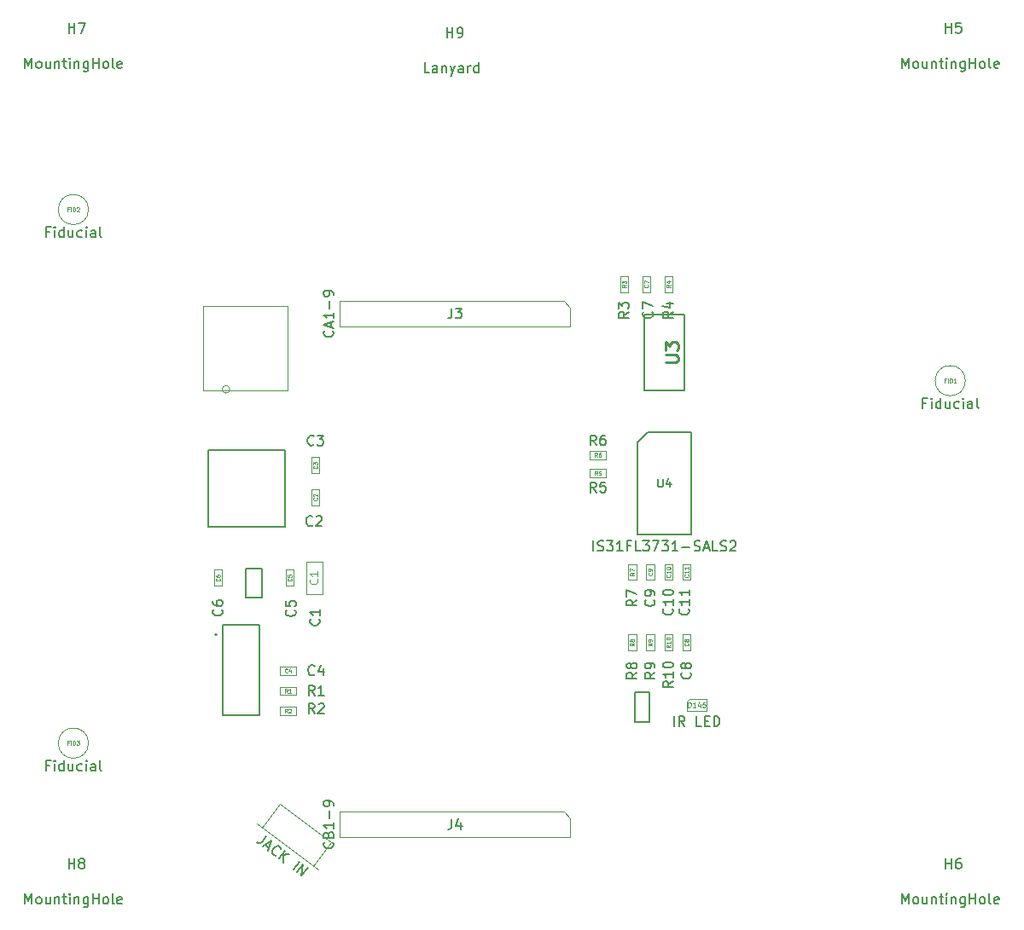
<source format=gbr>
G04 #@! TF.GenerationSoftware,KiCad,Pcbnew,(5.1.12-1-10_14)*
G04 #@! TF.CreationDate,2021-12-30T21:01:29-05:00*
G04 #@! TF.ProjectId,blinky,626c696e-6b79-42e6-9b69-6361645f7063,rev?*
G04 #@! TF.SameCoordinates,Original*
G04 #@! TF.FileFunction,AssemblyDrawing,Top*
%FSLAX46Y46*%
G04 Gerber Fmt 4.6, Leading zero omitted, Abs format (unit mm)*
G04 Created by KiCad (PCBNEW (5.1.12-1-10_14)) date 2021-12-30 21:01:29*
%MOMM*%
%LPD*%
G01*
G04 APERTURE LIST*
%ADD10C,0.100000*%
%ADD11C,0.150000*%
%ADD12C,0.127000*%
%ADD13C,0.200000*%
%ADD14C,0.060000*%
%ADD15C,0.254000*%
%ADD16C,0.080000*%
%ADD17C,0.120000*%
G04 APERTURE END LIST*
D10*
G04 #@! TO.C,FID3*
X45725385Y-145299920D02*
G75*
G03*
X45725385Y-145299920I-1500000J0D01*
G01*
G04 #@! TO.C,FID2*
X45725385Y-92299920D02*
G75*
G03*
X45725385Y-92299920I-1500000J0D01*
G01*
G04 #@! TO.C,FID1*
X132725385Y-109299920D02*
G75*
G03*
X132725385Y-109299920I-1500000J0D01*
G01*
D11*
G04 #@! TO.C,U4*
X101222000Y-114404000D02*
X105522000Y-114404000D01*
X105522000Y-114404000D02*
X105522000Y-124604000D01*
X105522000Y-124604000D02*
X100222000Y-124604000D01*
X100222000Y-124604000D02*
X100222000Y-115404000D01*
X100222000Y-115404000D02*
X101222000Y-114404000D01*
G04 #@! TO.C,U2*
X62947000Y-127933000D02*
X62947000Y-130833000D01*
X62947000Y-130833000D02*
X61347000Y-130833000D01*
X61347000Y-130833000D02*
X61347000Y-127933000D01*
X61347000Y-127933000D02*
X62947000Y-127933000D01*
G04 #@! TO.C,U1*
X57622000Y-116224000D02*
X65222000Y-116224000D01*
X65222000Y-116224000D02*
X65222000Y-123824000D01*
X65222000Y-123824000D02*
X57622000Y-123824000D01*
X57622000Y-123824000D02*
X57622000Y-116224000D01*
D10*
G04 #@! TO.C,SW1*
X65475700Y-110307700D02*
X65475700Y-101900300D01*
X65475700Y-101900300D02*
X57068300Y-101900300D01*
X57068300Y-101900300D02*
X57068300Y-110307700D01*
X57068300Y-110307700D02*
X65475700Y-110307700D01*
X59748000Y-110155300D02*
G75*
G03*
X59748000Y-110155300I-381000J0D01*
G01*
D12*
G04 #@! TO.C,SW2*
X62677000Y-133519000D02*
X62677000Y-142519000D01*
X62677000Y-142519000D02*
X59077000Y-142519000D01*
X59077000Y-142519000D02*
X59077000Y-133519000D01*
X59077000Y-133519000D02*
X62677000Y-133519000D01*
D13*
X58477000Y-134519000D02*
G75*
G03*
X58477000Y-134519000I-100000J0D01*
G01*
D10*
G04 #@! TO.C,R10*
X103684500Y-136104000D02*
X102859500Y-136104000D01*
X102859500Y-136104000D02*
X102859500Y-134504000D01*
X102859500Y-134504000D02*
X103684500Y-134504000D01*
X103684500Y-134504000D02*
X103684500Y-136104000D01*
G04 #@! TO.C,R9*
X101059500Y-134504000D02*
X101884500Y-134504000D01*
X101884500Y-134504000D02*
X101884500Y-136104000D01*
X101884500Y-136104000D02*
X101059500Y-136104000D01*
X101059500Y-136104000D02*
X101059500Y-134504000D01*
G04 #@! TO.C,R8*
X99259500Y-134504000D02*
X100084500Y-134504000D01*
X100084500Y-134504000D02*
X100084500Y-136104000D01*
X100084500Y-136104000D02*
X99259500Y-136104000D01*
X99259500Y-136104000D02*
X99259500Y-134504000D01*
G04 #@! TO.C,R7*
X100084500Y-129104000D02*
X99259500Y-129104000D01*
X99259500Y-129104000D02*
X99259500Y-127504000D01*
X99259500Y-127504000D02*
X100084500Y-127504000D01*
X100084500Y-127504000D02*
X100084500Y-129104000D01*
G04 #@! TO.C,R6*
X95472000Y-117116500D02*
X95472000Y-116291500D01*
X95472000Y-116291500D02*
X97072000Y-116291500D01*
X97072000Y-116291500D02*
X97072000Y-117116500D01*
X97072000Y-117116500D02*
X95472000Y-117116500D01*
G04 #@! TO.C,R5*
X97072000Y-118091500D02*
X97072000Y-118916500D01*
X97072000Y-118916500D02*
X95472000Y-118916500D01*
X95472000Y-118916500D02*
X95472000Y-118091500D01*
X95472000Y-118091500D02*
X97072000Y-118091500D01*
G04 #@! TO.C,R4*
X103684500Y-100504000D02*
X102859500Y-100504000D01*
X102859500Y-100504000D02*
X102859500Y-98904000D01*
X102859500Y-98904000D02*
X103684500Y-98904000D01*
X103684500Y-98904000D02*
X103684500Y-100504000D01*
G04 #@! TO.C,R3*
X98459500Y-98904000D02*
X99284500Y-98904000D01*
X99284500Y-98904000D02*
X99284500Y-100504000D01*
X99284500Y-100504000D02*
X98459500Y-100504000D01*
X98459500Y-100504000D02*
X98459500Y-98904000D01*
G04 #@! TO.C,R2*
X66313000Y-141700500D02*
X66313000Y-142525500D01*
X66313000Y-142525500D02*
X64713000Y-142525500D01*
X64713000Y-142525500D02*
X64713000Y-141700500D01*
X64713000Y-141700500D02*
X66313000Y-141700500D01*
G04 #@! TO.C,R1*
X66313000Y-139700500D02*
X66313000Y-140525500D01*
X66313000Y-140525500D02*
X64713000Y-140525500D01*
X64713000Y-140525500D02*
X64713000Y-139700500D01*
X64713000Y-139700500D02*
X66313000Y-139700500D01*
D11*
G04 #@! TO.C,Q1*
X99972000Y-140204000D02*
X101372000Y-140204000D01*
X101372000Y-140204000D02*
X101372000Y-143204000D01*
X101372000Y-143204000D02*
X99972000Y-143204000D01*
X99972000Y-143204000D02*
X99972000Y-140204000D01*
D10*
G04 #@! TO.C,J4*
X93516000Y-152751000D02*
X93516000Y-154656000D01*
X93516000Y-154656000D02*
X70656000Y-154656000D01*
X70656000Y-154656000D02*
X70656000Y-152116000D01*
X70656000Y-152116000D02*
X92881000Y-152116000D01*
X92881000Y-152116000D02*
X93516000Y-152751000D01*
G04 #@! TO.C,J3*
X93516000Y-102021000D02*
X93516000Y-103926000D01*
X93516000Y-103926000D02*
X70656000Y-103926000D01*
X70656000Y-103926000D02*
X70656000Y-101386000D01*
X70656000Y-101386000D02*
X92881000Y-101386000D01*
X92881000Y-101386000D02*
X93516000Y-102021000D01*
G04 #@! TO.C,J1*
X62441396Y-153301327D02*
X68526999Y-157887157D01*
X69777767Y-155172191D02*
X64706431Y-151350665D01*
X68019865Y-157505005D02*
X69777767Y-155172191D01*
X64706431Y-151350665D02*
X62948530Y-153683479D01*
D13*
G04 #@! TO.C,U3*
X100872000Y-110254000D02*
X100872000Y-102754000D01*
X100872000Y-102754000D02*
X104872000Y-102754000D01*
X104872000Y-102754000D02*
X104872000Y-110254000D01*
X104872000Y-110254000D02*
X100872000Y-110254000D01*
D10*
G04 #@! TO.C,D145*
X107072000Y-140904000D02*
X105372000Y-140904000D01*
X105372000Y-140904000D02*
X105072000Y-141204000D01*
X105072000Y-141204000D02*
X105072000Y-142104000D01*
X105072000Y-142104000D02*
X107072000Y-142104000D01*
X107072000Y-142104000D02*
X107072000Y-140904000D01*
G04 #@! TO.C,C11*
X104672000Y-127504000D02*
X105472000Y-127504000D01*
X105472000Y-127504000D02*
X105472000Y-129104000D01*
X105472000Y-129104000D02*
X104672000Y-129104000D01*
X104672000Y-129104000D02*
X104672000Y-127504000D01*
G04 #@! TO.C,C10*
X102872000Y-127504000D02*
X103672000Y-127504000D01*
X103672000Y-127504000D02*
X103672000Y-129104000D01*
X103672000Y-129104000D02*
X102872000Y-129104000D01*
X102872000Y-129104000D02*
X102872000Y-127504000D01*
G04 #@! TO.C,C9*
X101072000Y-127504000D02*
X101872000Y-127504000D01*
X101872000Y-127504000D02*
X101872000Y-129104000D01*
X101872000Y-129104000D02*
X101072000Y-129104000D01*
X101072000Y-129104000D02*
X101072000Y-127504000D01*
G04 #@! TO.C,C8*
X105472000Y-136104000D02*
X104672000Y-136104000D01*
X104672000Y-136104000D02*
X104672000Y-134504000D01*
X104672000Y-134504000D02*
X105472000Y-134504000D01*
X105472000Y-134504000D02*
X105472000Y-136104000D01*
G04 #@! TO.C,C7*
X101472000Y-100504000D02*
X100672000Y-100504000D01*
X100672000Y-100504000D02*
X100672000Y-98904000D01*
X100672000Y-98904000D02*
X101472000Y-98904000D01*
X101472000Y-98904000D02*
X101472000Y-100504000D01*
G04 #@! TO.C,C6*
X58991000Y-129675000D02*
X58191000Y-129675000D01*
X58191000Y-129675000D02*
X58191000Y-128075000D01*
X58191000Y-128075000D02*
X58991000Y-128075000D01*
X58991000Y-128075000D02*
X58991000Y-129675000D01*
G04 #@! TO.C,C5*
X66103000Y-129675000D02*
X65303000Y-129675000D01*
X65303000Y-129675000D02*
X65303000Y-128075000D01*
X65303000Y-128075000D02*
X66103000Y-128075000D01*
X66103000Y-128075000D02*
X66103000Y-129675000D01*
G04 #@! TO.C,C4*
X64713000Y-138513000D02*
X64713000Y-137713000D01*
X64713000Y-137713000D02*
X66313000Y-137713000D01*
X66313000Y-137713000D02*
X66313000Y-138513000D01*
X66313000Y-138513000D02*
X64713000Y-138513000D01*
G04 #@! TO.C,C3*
X68643000Y-118499000D02*
X67843000Y-118499000D01*
X67843000Y-118499000D02*
X67843000Y-116899000D01*
X67843000Y-116899000D02*
X68643000Y-116899000D01*
X68643000Y-116899000D02*
X68643000Y-118499000D01*
G04 #@! TO.C,C2*
X67843000Y-120074000D02*
X68643000Y-120074000D01*
X68643000Y-120074000D02*
X68643000Y-121674000D01*
X68643000Y-121674000D02*
X67843000Y-121674000D01*
X67843000Y-121674000D02*
X67843000Y-120074000D01*
G04 #@! TO.C,C1*
X68916000Y-130475000D02*
X67316000Y-130475000D01*
X67316000Y-130475000D02*
X67316000Y-127275000D01*
X67316000Y-127275000D02*
X68916000Y-127275000D01*
X68916000Y-127275000D02*
X68916000Y-130475000D01*
G04 #@! TD*
G04 #@! TO.C,H9*
D11*
X79559523Y-78702380D02*
X79083333Y-78702380D01*
X79083333Y-77702380D01*
X80321428Y-78702380D02*
X80321428Y-78178571D01*
X80273809Y-78083333D01*
X80178571Y-78035714D01*
X79988095Y-78035714D01*
X79892857Y-78083333D01*
X80321428Y-78654761D02*
X80226190Y-78702380D01*
X79988095Y-78702380D01*
X79892857Y-78654761D01*
X79845238Y-78559523D01*
X79845238Y-78464285D01*
X79892857Y-78369047D01*
X79988095Y-78321428D01*
X80226190Y-78321428D01*
X80321428Y-78273809D01*
X80797619Y-78035714D02*
X80797619Y-78702380D01*
X80797619Y-78130952D02*
X80845238Y-78083333D01*
X80940476Y-78035714D01*
X81083333Y-78035714D01*
X81178571Y-78083333D01*
X81226190Y-78178571D01*
X81226190Y-78702380D01*
X81607142Y-78035714D02*
X81845238Y-78702380D01*
X82083333Y-78035714D02*
X81845238Y-78702380D01*
X81750000Y-78940476D01*
X81702380Y-78988095D01*
X81607142Y-79035714D01*
X82892857Y-78702380D02*
X82892857Y-78178571D01*
X82845238Y-78083333D01*
X82750000Y-78035714D01*
X82559523Y-78035714D01*
X82464285Y-78083333D01*
X82892857Y-78654761D02*
X82797619Y-78702380D01*
X82559523Y-78702380D01*
X82464285Y-78654761D01*
X82416666Y-78559523D01*
X82416666Y-78464285D01*
X82464285Y-78369047D01*
X82559523Y-78321428D01*
X82797619Y-78321428D01*
X82892857Y-78273809D01*
X83369047Y-78702380D02*
X83369047Y-78035714D01*
X83369047Y-78226190D02*
X83416666Y-78130952D01*
X83464285Y-78083333D01*
X83559523Y-78035714D01*
X83654761Y-78035714D01*
X84416666Y-78702380D02*
X84416666Y-77702380D01*
X84416666Y-78654761D02*
X84321428Y-78702380D01*
X84130952Y-78702380D01*
X84035714Y-78654761D01*
X83988095Y-78607142D01*
X83940476Y-78511904D01*
X83940476Y-78226190D01*
X83988095Y-78130952D01*
X84035714Y-78083333D01*
X84130952Y-78035714D01*
X84321428Y-78035714D01*
X84416666Y-78083333D01*
X81288095Y-75202380D02*
X81288095Y-74202380D01*
X81288095Y-74678571D02*
X81859523Y-74678571D01*
X81859523Y-75202380D02*
X81859523Y-74202380D01*
X82383333Y-75202380D02*
X82573809Y-75202380D01*
X82669047Y-75154761D01*
X82716666Y-75107142D01*
X82811904Y-74964285D01*
X82859523Y-74773809D01*
X82859523Y-74392857D01*
X82811904Y-74297619D01*
X82764285Y-74250000D01*
X82669047Y-74202380D01*
X82478571Y-74202380D01*
X82383333Y-74250000D01*
X82335714Y-74297619D01*
X82288095Y-74392857D01*
X82288095Y-74630952D01*
X82335714Y-74726190D01*
X82383333Y-74773809D01*
X82478571Y-74821428D01*
X82669047Y-74821428D01*
X82764285Y-74773809D01*
X82811904Y-74726190D01*
X82859523Y-74630952D01*
G04 #@! TO.C,H8*
X39439670Y-161252300D02*
X39439670Y-160252300D01*
X39773004Y-160966586D01*
X40106337Y-160252300D01*
X40106337Y-161252300D01*
X40725385Y-161252300D02*
X40630146Y-161204681D01*
X40582527Y-161157062D01*
X40534908Y-161061824D01*
X40534908Y-160776110D01*
X40582527Y-160680872D01*
X40630146Y-160633253D01*
X40725385Y-160585634D01*
X40868242Y-160585634D01*
X40963480Y-160633253D01*
X41011099Y-160680872D01*
X41058718Y-160776110D01*
X41058718Y-161061824D01*
X41011099Y-161157062D01*
X40963480Y-161204681D01*
X40868242Y-161252300D01*
X40725385Y-161252300D01*
X41915861Y-160585634D02*
X41915861Y-161252300D01*
X41487289Y-160585634D02*
X41487289Y-161109443D01*
X41534908Y-161204681D01*
X41630146Y-161252300D01*
X41773004Y-161252300D01*
X41868242Y-161204681D01*
X41915861Y-161157062D01*
X42392051Y-160585634D02*
X42392051Y-161252300D01*
X42392051Y-160680872D02*
X42439670Y-160633253D01*
X42534908Y-160585634D01*
X42677765Y-160585634D01*
X42773004Y-160633253D01*
X42820623Y-160728491D01*
X42820623Y-161252300D01*
X43153956Y-160585634D02*
X43534908Y-160585634D01*
X43296813Y-160252300D02*
X43296813Y-161109443D01*
X43344432Y-161204681D01*
X43439670Y-161252300D01*
X43534908Y-161252300D01*
X43868242Y-161252300D02*
X43868242Y-160585634D01*
X43868242Y-160252300D02*
X43820623Y-160299920D01*
X43868242Y-160347539D01*
X43915861Y-160299920D01*
X43868242Y-160252300D01*
X43868242Y-160347539D01*
X44344432Y-160585634D02*
X44344432Y-161252300D01*
X44344432Y-160680872D02*
X44392051Y-160633253D01*
X44487289Y-160585634D01*
X44630146Y-160585634D01*
X44725385Y-160633253D01*
X44773004Y-160728491D01*
X44773004Y-161252300D01*
X45677765Y-160585634D02*
X45677765Y-161395158D01*
X45630146Y-161490396D01*
X45582527Y-161538015D01*
X45487289Y-161585634D01*
X45344432Y-161585634D01*
X45249194Y-161538015D01*
X45677765Y-161204681D02*
X45582527Y-161252300D01*
X45392051Y-161252300D01*
X45296813Y-161204681D01*
X45249194Y-161157062D01*
X45201575Y-161061824D01*
X45201575Y-160776110D01*
X45249194Y-160680872D01*
X45296813Y-160633253D01*
X45392051Y-160585634D01*
X45582527Y-160585634D01*
X45677765Y-160633253D01*
X46153956Y-161252300D02*
X46153956Y-160252300D01*
X46153956Y-160728491D02*
X46725385Y-160728491D01*
X46725385Y-161252300D02*
X46725385Y-160252300D01*
X47344432Y-161252300D02*
X47249194Y-161204681D01*
X47201575Y-161157062D01*
X47153956Y-161061824D01*
X47153956Y-160776110D01*
X47201575Y-160680872D01*
X47249194Y-160633253D01*
X47344432Y-160585634D01*
X47487289Y-160585634D01*
X47582527Y-160633253D01*
X47630146Y-160680872D01*
X47677765Y-160776110D01*
X47677765Y-161061824D01*
X47630146Y-161157062D01*
X47582527Y-161204681D01*
X47487289Y-161252300D01*
X47344432Y-161252300D01*
X48249194Y-161252300D02*
X48153956Y-161204681D01*
X48106337Y-161109443D01*
X48106337Y-160252300D01*
X49011099Y-161204681D02*
X48915861Y-161252300D01*
X48725385Y-161252300D01*
X48630146Y-161204681D01*
X48582527Y-161109443D01*
X48582527Y-160728491D01*
X48630146Y-160633253D01*
X48725385Y-160585634D01*
X48915861Y-160585634D01*
X49011099Y-160633253D01*
X49058718Y-160728491D01*
X49058718Y-160823729D01*
X48582527Y-160918967D01*
X43763480Y-157752300D02*
X43763480Y-156752300D01*
X43763480Y-157228491D02*
X44334908Y-157228491D01*
X44334908Y-157752300D02*
X44334908Y-156752300D01*
X44953956Y-157180872D02*
X44858718Y-157133253D01*
X44811099Y-157085634D01*
X44763480Y-156990396D01*
X44763480Y-156942777D01*
X44811099Y-156847539D01*
X44858718Y-156799920D01*
X44953956Y-156752300D01*
X45144432Y-156752300D01*
X45239670Y-156799920D01*
X45287289Y-156847539D01*
X45334908Y-156942777D01*
X45334908Y-156990396D01*
X45287289Y-157085634D01*
X45239670Y-157133253D01*
X45144432Y-157180872D01*
X44953956Y-157180872D01*
X44858718Y-157228491D01*
X44811099Y-157276110D01*
X44763480Y-157371348D01*
X44763480Y-157561824D01*
X44811099Y-157657062D01*
X44858718Y-157704681D01*
X44953956Y-157752300D01*
X45144432Y-157752300D01*
X45239670Y-157704681D01*
X45287289Y-157657062D01*
X45334908Y-157561824D01*
X45334908Y-157371348D01*
X45287289Y-157276110D01*
X45239670Y-157228491D01*
X45144432Y-157180872D01*
G04 #@! TO.C,H7*
X39439670Y-78252300D02*
X39439670Y-77252300D01*
X39773004Y-77966586D01*
X40106337Y-77252300D01*
X40106337Y-78252300D01*
X40725385Y-78252300D02*
X40630146Y-78204681D01*
X40582527Y-78157062D01*
X40534908Y-78061824D01*
X40534908Y-77776110D01*
X40582527Y-77680872D01*
X40630146Y-77633253D01*
X40725385Y-77585634D01*
X40868242Y-77585634D01*
X40963480Y-77633253D01*
X41011099Y-77680872D01*
X41058718Y-77776110D01*
X41058718Y-78061824D01*
X41011099Y-78157062D01*
X40963480Y-78204681D01*
X40868242Y-78252300D01*
X40725385Y-78252300D01*
X41915861Y-77585634D02*
X41915861Y-78252300D01*
X41487289Y-77585634D02*
X41487289Y-78109443D01*
X41534908Y-78204681D01*
X41630146Y-78252300D01*
X41773004Y-78252300D01*
X41868242Y-78204681D01*
X41915861Y-78157062D01*
X42392051Y-77585634D02*
X42392051Y-78252300D01*
X42392051Y-77680872D02*
X42439670Y-77633253D01*
X42534908Y-77585634D01*
X42677765Y-77585634D01*
X42773004Y-77633253D01*
X42820623Y-77728491D01*
X42820623Y-78252300D01*
X43153956Y-77585634D02*
X43534908Y-77585634D01*
X43296813Y-77252300D02*
X43296813Y-78109443D01*
X43344432Y-78204681D01*
X43439670Y-78252300D01*
X43534908Y-78252300D01*
X43868242Y-78252300D02*
X43868242Y-77585634D01*
X43868242Y-77252300D02*
X43820623Y-77299920D01*
X43868242Y-77347539D01*
X43915861Y-77299920D01*
X43868242Y-77252300D01*
X43868242Y-77347539D01*
X44344432Y-77585634D02*
X44344432Y-78252300D01*
X44344432Y-77680872D02*
X44392051Y-77633253D01*
X44487289Y-77585634D01*
X44630146Y-77585634D01*
X44725385Y-77633253D01*
X44773004Y-77728491D01*
X44773004Y-78252300D01*
X45677765Y-77585634D02*
X45677765Y-78395158D01*
X45630146Y-78490396D01*
X45582527Y-78538015D01*
X45487289Y-78585634D01*
X45344432Y-78585634D01*
X45249194Y-78538015D01*
X45677765Y-78204681D02*
X45582527Y-78252300D01*
X45392051Y-78252300D01*
X45296813Y-78204681D01*
X45249194Y-78157062D01*
X45201575Y-78061824D01*
X45201575Y-77776110D01*
X45249194Y-77680872D01*
X45296813Y-77633253D01*
X45392051Y-77585634D01*
X45582527Y-77585634D01*
X45677765Y-77633253D01*
X46153956Y-78252300D02*
X46153956Y-77252300D01*
X46153956Y-77728491D02*
X46725385Y-77728491D01*
X46725385Y-78252300D02*
X46725385Y-77252300D01*
X47344432Y-78252300D02*
X47249194Y-78204681D01*
X47201575Y-78157062D01*
X47153956Y-78061824D01*
X47153956Y-77776110D01*
X47201575Y-77680872D01*
X47249194Y-77633253D01*
X47344432Y-77585634D01*
X47487289Y-77585634D01*
X47582527Y-77633253D01*
X47630146Y-77680872D01*
X47677765Y-77776110D01*
X47677765Y-78061824D01*
X47630146Y-78157062D01*
X47582527Y-78204681D01*
X47487289Y-78252300D01*
X47344432Y-78252300D01*
X48249194Y-78252300D02*
X48153956Y-78204681D01*
X48106337Y-78109443D01*
X48106337Y-77252300D01*
X49011099Y-78204681D02*
X48915861Y-78252300D01*
X48725385Y-78252300D01*
X48630146Y-78204681D01*
X48582527Y-78109443D01*
X48582527Y-77728491D01*
X48630146Y-77633253D01*
X48725385Y-77585634D01*
X48915861Y-77585634D01*
X49011099Y-77633253D01*
X49058718Y-77728491D01*
X49058718Y-77823729D01*
X48582527Y-77918967D01*
X43763480Y-74752300D02*
X43763480Y-73752300D01*
X43763480Y-74228491D02*
X44334908Y-74228491D01*
X44334908Y-74752300D02*
X44334908Y-73752300D01*
X44715861Y-73752300D02*
X45382527Y-73752300D01*
X44953956Y-74752300D01*
G04 #@! TO.C,H6*
X126439670Y-161252300D02*
X126439670Y-160252300D01*
X126773004Y-160966586D01*
X127106337Y-160252300D01*
X127106337Y-161252300D01*
X127725385Y-161252300D02*
X127630146Y-161204681D01*
X127582527Y-161157062D01*
X127534908Y-161061824D01*
X127534908Y-160776110D01*
X127582527Y-160680872D01*
X127630146Y-160633253D01*
X127725385Y-160585634D01*
X127868242Y-160585634D01*
X127963480Y-160633253D01*
X128011099Y-160680872D01*
X128058718Y-160776110D01*
X128058718Y-161061824D01*
X128011099Y-161157062D01*
X127963480Y-161204681D01*
X127868242Y-161252300D01*
X127725385Y-161252300D01*
X128915861Y-160585634D02*
X128915861Y-161252300D01*
X128487289Y-160585634D02*
X128487289Y-161109443D01*
X128534908Y-161204681D01*
X128630146Y-161252300D01*
X128773004Y-161252300D01*
X128868242Y-161204681D01*
X128915861Y-161157062D01*
X129392051Y-160585634D02*
X129392051Y-161252300D01*
X129392051Y-160680872D02*
X129439670Y-160633253D01*
X129534908Y-160585634D01*
X129677765Y-160585634D01*
X129773004Y-160633253D01*
X129820623Y-160728491D01*
X129820623Y-161252300D01*
X130153956Y-160585634D02*
X130534908Y-160585634D01*
X130296813Y-160252300D02*
X130296813Y-161109443D01*
X130344432Y-161204681D01*
X130439670Y-161252300D01*
X130534908Y-161252300D01*
X130868242Y-161252300D02*
X130868242Y-160585634D01*
X130868242Y-160252300D02*
X130820623Y-160299920D01*
X130868242Y-160347539D01*
X130915861Y-160299920D01*
X130868242Y-160252300D01*
X130868242Y-160347539D01*
X131344432Y-160585634D02*
X131344432Y-161252300D01*
X131344432Y-160680872D02*
X131392051Y-160633253D01*
X131487289Y-160585634D01*
X131630146Y-160585634D01*
X131725385Y-160633253D01*
X131773004Y-160728491D01*
X131773004Y-161252300D01*
X132677765Y-160585634D02*
X132677765Y-161395158D01*
X132630146Y-161490396D01*
X132582527Y-161538015D01*
X132487289Y-161585634D01*
X132344432Y-161585634D01*
X132249194Y-161538015D01*
X132677765Y-161204681D02*
X132582527Y-161252300D01*
X132392051Y-161252300D01*
X132296813Y-161204681D01*
X132249194Y-161157062D01*
X132201575Y-161061824D01*
X132201575Y-160776110D01*
X132249194Y-160680872D01*
X132296813Y-160633253D01*
X132392051Y-160585634D01*
X132582527Y-160585634D01*
X132677765Y-160633253D01*
X133153956Y-161252300D02*
X133153956Y-160252300D01*
X133153956Y-160728491D02*
X133725385Y-160728491D01*
X133725385Y-161252300D02*
X133725385Y-160252300D01*
X134344432Y-161252300D02*
X134249194Y-161204681D01*
X134201575Y-161157062D01*
X134153956Y-161061824D01*
X134153956Y-160776110D01*
X134201575Y-160680872D01*
X134249194Y-160633253D01*
X134344432Y-160585634D01*
X134487289Y-160585634D01*
X134582527Y-160633253D01*
X134630146Y-160680872D01*
X134677765Y-160776110D01*
X134677765Y-161061824D01*
X134630146Y-161157062D01*
X134582527Y-161204681D01*
X134487289Y-161252300D01*
X134344432Y-161252300D01*
X135249194Y-161252300D02*
X135153956Y-161204681D01*
X135106337Y-161109443D01*
X135106337Y-160252300D01*
X136011099Y-161204681D02*
X135915861Y-161252300D01*
X135725385Y-161252300D01*
X135630146Y-161204681D01*
X135582527Y-161109443D01*
X135582527Y-160728491D01*
X135630146Y-160633253D01*
X135725385Y-160585634D01*
X135915861Y-160585634D01*
X136011099Y-160633253D01*
X136058718Y-160728491D01*
X136058718Y-160823729D01*
X135582527Y-160918967D01*
X130763480Y-157752300D02*
X130763480Y-156752300D01*
X130763480Y-157228491D02*
X131334908Y-157228491D01*
X131334908Y-157752300D02*
X131334908Y-156752300D01*
X132239670Y-156752300D02*
X132049194Y-156752300D01*
X131953956Y-156799920D01*
X131906337Y-156847539D01*
X131811099Y-156990396D01*
X131763480Y-157180872D01*
X131763480Y-157561824D01*
X131811099Y-157657062D01*
X131858718Y-157704681D01*
X131953956Y-157752300D01*
X132144432Y-157752300D01*
X132239670Y-157704681D01*
X132287289Y-157657062D01*
X132334908Y-157561824D01*
X132334908Y-157323729D01*
X132287289Y-157228491D01*
X132239670Y-157180872D01*
X132144432Y-157133253D01*
X131953956Y-157133253D01*
X131858718Y-157180872D01*
X131811099Y-157228491D01*
X131763480Y-157323729D01*
G04 #@! TO.C,H5*
X126439670Y-78252300D02*
X126439670Y-77252300D01*
X126773004Y-77966586D01*
X127106337Y-77252300D01*
X127106337Y-78252300D01*
X127725385Y-78252300D02*
X127630146Y-78204681D01*
X127582527Y-78157062D01*
X127534908Y-78061824D01*
X127534908Y-77776110D01*
X127582527Y-77680872D01*
X127630146Y-77633253D01*
X127725385Y-77585634D01*
X127868242Y-77585634D01*
X127963480Y-77633253D01*
X128011099Y-77680872D01*
X128058718Y-77776110D01*
X128058718Y-78061824D01*
X128011099Y-78157062D01*
X127963480Y-78204681D01*
X127868242Y-78252300D01*
X127725385Y-78252300D01*
X128915861Y-77585634D02*
X128915861Y-78252300D01*
X128487289Y-77585634D02*
X128487289Y-78109443D01*
X128534908Y-78204681D01*
X128630146Y-78252300D01*
X128773004Y-78252300D01*
X128868242Y-78204681D01*
X128915861Y-78157062D01*
X129392051Y-77585634D02*
X129392051Y-78252300D01*
X129392051Y-77680872D02*
X129439670Y-77633253D01*
X129534908Y-77585634D01*
X129677765Y-77585634D01*
X129773004Y-77633253D01*
X129820623Y-77728491D01*
X129820623Y-78252300D01*
X130153956Y-77585634D02*
X130534908Y-77585634D01*
X130296813Y-77252300D02*
X130296813Y-78109443D01*
X130344432Y-78204681D01*
X130439670Y-78252300D01*
X130534908Y-78252300D01*
X130868242Y-78252300D02*
X130868242Y-77585634D01*
X130868242Y-77252300D02*
X130820623Y-77299920D01*
X130868242Y-77347539D01*
X130915861Y-77299920D01*
X130868242Y-77252300D01*
X130868242Y-77347539D01*
X131344432Y-77585634D02*
X131344432Y-78252300D01*
X131344432Y-77680872D02*
X131392051Y-77633253D01*
X131487289Y-77585634D01*
X131630146Y-77585634D01*
X131725385Y-77633253D01*
X131773004Y-77728491D01*
X131773004Y-78252300D01*
X132677765Y-77585634D02*
X132677765Y-78395158D01*
X132630146Y-78490396D01*
X132582527Y-78538015D01*
X132487289Y-78585634D01*
X132344432Y-78585634D01*
X132249194Y-78538015D01*
X132677765Y-78204681D02*
X132582527Y-78252300D01*
X132392051Y-78252300D01*
X132296813Y-78204681D01*
X132249194Y-78157062D01*
X132201575Y-78061824D01*
X132201575Y-77776110D01*
X132249194Y-77680872D01*
X132296813Y-77633253D01*
X132392051Y-77585634D01*
X132582527Y-77585634D01*
X132677765Y-77633253D01*
X133153956Y-78252300D02*
X133153956Y-77252300D01*
X133153956Y-77728491D02*
X133725385Y-77728491D01*
X133725385Y-78252300D02*
X133725385Y-77252300D01*
X134344432Y-78252300D02*
X134249194Y-78204681D01*
X134201575Y-78157062D01*
X134153956Y-78061824D01*
X134153956Y-77776110D01*
X134201575Y-77680872D01*
X134249194Y-77633253D01*
X134344432Y-77585634D01*
X134487289Y-77585634D01*
X134582527Y-77633253D01*
X134630146Y-77680872D01*
X134677765Y-77776110D01*
X134677765Y-78061824D01*
X134630146Y-78157062D01*
X134582527Y-78204681D01*
X134487289Y-78252300D01*
X134344432Y-78252300D01*
X135249194Y-78252300D02*
X135153956Y-78204681D01*
X135106337Y-78109443D01*
X135106337Y-77252300D01*
X136011099Y-78204681D02*
X135915861Y-78252300D01*
X135725385Y-78252300D01*
X135630146Y-78204681D01*
X135582527Y-78109443D01*
X135582527Y-77728491D01*
X135630146Y-77633253D01*
X135725385Y-77585634D01*
X135915861Y-77585634D01*
X136011099Y-77633253D01*
X136058718Y-77728491D01*
X136058718Y-77823729D01*
X135582527Y-77918967D01*
X130763480Y-74752300D02*
X130763480Y-73752300D01*
X130763480Y-74228491D02*
X131334908Y-74228491D01*
X131334908Y-74752300D02*
X131334908Y-73752300D01*
X132287289Y-73752300D02*
X131811099Y-73752300D01*
X131763480Y-74228491D01*
X131811099Y-74180872D01*
X131906337Y-74133253D01*
X132144432Y-74133253D01*
X132239670Y-74180872D01*
X132287289Y-74228491D01*
X132334908Y-74323729D01*
X132334908Y-74561824D01*
X132287289Y-74657062D01*
X132239670Y-74704681D01*
X132144432Y-74752300D01*
X131906337Y-74752300D01*
X131811099Y-74704681D01*
X131763480Y-74657062D01*
G04 #@! TO.C,FID3*
X41844432Y-147514491D02*
X41511099Y-147514491D01*
X41511099Y-148038300D02*
X41511099Y-147038300D01*
X41987289Y-147038300D01*
X42368242Y-148038300D02*
X42368242Y-147371634D01*
X42368242Y-147038300D02*
X42320623Y-147085920D01*
X42368242Y-147133539D01*
X42415861Y-147085920D01*
X42368242Y-147038300D01*
X42368242Y-147133539D01*
X43273004Y-148038300D02*
X43273004Y-147038300D01*
X43273004Y-147990681D02*
X43177765Y-148038300D01*
X42987289Y-148038300D01*
X42892051Y-147990681D01*
X42844432Y-147943062D01*
X42796813Y-147847824D01*
X42796813Y-147562110D01*
X42844432Y-147466872D01*
X42892051Y-147419253D01*
X42987289Y-147371634D01*
X43177765Y-147371634D01*
X43273004Y-147419253D01*
X44177765Y-147371634D02*
X44177765Y-148038300D01*
X43749194Y-147371634D02*
X43749194Y-147895443D01*
X43796813Y-147990681D01*
X43892051Y-148038300D01*
X44034908Y-148038300D01*
X44130146Y-147990681D01*
X44177765Y-147943062D01*
X45082527Y-147990681D02*
X44987289Y-148038300D01*
X44796813Y-148038300D01*
X44701575Y-147990681D01*
X44653956Y-147943062D01*
X44606337Y-147847824D01*
X44606337Y-147562110D01*
X44653956Y-147466872D01*
X44701575Y-147419253D01*
X44796813Y-147371634D01*
X44987289Y-147371634D01*
X45082527Y-147419253D01*
X45511099Y-148038300D02*
X45511099Y-147371634D01*
X45511099Y-147038300D02*
X45463480Y-147085920D01*
X45511099Y-147133539D01*
X45558718Y-147085920D01*
X45511099Y-147038300D01*
X45511099Y-147133539D01*
X46415861Y-148038300D02*
X46415861Y-147514491D01*
X46368242Y-147419253D01*
X46273004Y-147371634D01*
X46082527Y-147371634D01*
X45987289Y-147419253D01*
X46415861Y-147990681D02*
X46320623Y-148038300D01*
X46082527Y-148038300D01*
X45987289Y-147990681D01*
X45939670Y-147895443D01*
X45939670Y-147800205D01*
X45987289Y-147704967D01*
X46082527Y-147657348D01*
X46320623Y-147657348D01*
X46415861Y-147609729D01*
X47034908Y-148038300D02*
X46939670Y-147990681D01*
X46892051Y-147895443D01*
X46892051Y-147038300D01*
D14*
X43796813Y-145271348D02*
X43663480Y-145271348D01*
X43663480Y-145480872D02*
X43663480Y-145080872D01*
X43853956Y-145080872D01*
X44006337Y-145480872D02*
X44006337Y-145080872D01*
X44196813Y-145480872D02*
X44196813Y-145080872D01*
X44292051Y-145080872D01*
X44349194Y-145099920D01*
X44387289Y-145138015D01*
X44406337Y-145176110D01*
X44425385Y-145252300D01*
X44425385Y-145309443D01*
X44406337Y-145385634D01*
X44387289Y-145423729D01*
X44349194Y-145461824D01*
X44292051Y-145480872D01*
X44196813Y-145480872D01*
X44558718Y-145080872D02*
X44806337Y-145080872D01*
X44673004Y-145233253D01*
X44730146Y-145233253D01*
X44768242Y-145252300D01*
X44787289Y-145271348D01*
X44806337Y-145309443D01*
X44806337Y-145404681D01*
X44787289Y-145442777D01*
X44768242Y-145461824D01*
X44730146Y-145480872D01*
X44615861Y-145480872D01*
X44577765Y-145461824D01*
X44558718Y-145442777D01*
G04 #@! TO.C,FID2*
D11*
X41844432Y-94514491D02*
X41511099Y-94514491D01*
X41511099Y-95038300D02*
X41511099Y-94038300D01*
X41987289Y-94038300D01*
X42368242Y-95038300D02*
X42368242Y-94371634D01*
X42368242Y-94038300D02*
X42320623Y-94085920D01*
X42368242Y-94133539D01*
X42415861Y-94085920D01*
X42368242Y-94038300D01*
X42368242Y-94133539D01*
X43273004Y-95038300D02*
X43273004Y-94038300D01*
X43273004Y-94990681D02*
X43177765Y-95038300D01*
X42987289Y-95038300D01*
X42892051Y-94990681D01*
X42844432Y-94943062D01*
X42796813Y-94847824D01*
X42796813Y-94562110D01*
X42844432Y-94466872D01*
X42892051Y-94419253D01*
X42987289Y-94371634D01*
X43177765Y-94371634D01*
X43273004Y-94419253D01*
X44177765Y-94371634D02*
X44177765Y-95038300D01*
X43749194Y-94371634D02*
X43749194Y-94895443D01*
X43796813Y-94990681D01*
X43892051Y-95038300D01*
X44034908Y-95038300D01*
X44130146Y-94990681D01*
X44177765Y-94943062D01*
X45082527Y-94990681D02*
X44987289Y-95038300D01*
X44796813Y-95038300D01*
X44701575Y-94990681D01*
X44653956Y-94943062D01*
X44606337Y-94847824D01*
X44606337Y-94562110D01*
X44653956Y-94466872D01*
X44701575Y-94419253D01*
X44796813Y-94371634D01*
X44987289Y-94371634D01*
X45082527Y-94419253D01*
X45511099Y-95038300D02*
X45511099Y-94371634D01*
X45511099Y-94038300D02*
X45463480Y-94085920D01*
X45511099Y-94133539D01*
X45558718Y-94085920D01*
X45511099Y-94038300D01*
X45511099Y-94133539D01*
X46415861Y-95038300D02*
X46415861Y-94514491D01*
X46368242Y-94419253D01*
X46273004Y-94371634D01*
X46082527Y-94371634D01*
X45987289Y-94419253D01*
X46415861Y-94990681D02*
X46320623Y-95038300D01*
X46082527Y-95038300D01*
X45987289Y-94990681D01*
X45939670Y-94895443D01*
X45939670Y-94800205D01*
X45987289Y-94704967D01*
X46082527Y-94657348D01*
X46320623Y-94657348D01*
X46415861Y-94609729D01*
X47034908Y-95038300D02*
X46939670Y-94990681D01*
X46892051Y-94895443D01*
X46892051Y-94038300D01*
D14*
X43796813Y-92271348D02*
X43663480Y-92271348D01*
X43663480Y-92480872D02*
X43663480Y-92080872D01*
X43853956Y-92080872D01*
X44006337Y-92480872D02*
X44006337Y-92080872D01*
X44196813Y-92480872D02*
X44196813Y-92080872D01*
X44292051Y-92080872D01*
X44349194Y-92099920D01*
X44387289Y-92138015D01*
X44406337Y-92176110D01*
X44425385Y-92252300D01*
X44425385Y-92309443D01*
X44406337Y-92385634D01*
X44387289Y-92423729D01*
X44349194Y-92461824D01*
X44292051Y-92480872D01*
X44196813Y-92480872D01*
X44577765Y-92118967D02*
X44596813Y-92099920D01*
X44634908Y-92080872D01*
X44730146Y-92080872D01*
X44768242Y-92099920D01*
X44787289Y-92118967D01*
X44806337Y-92157062D01*
X44806337Y-92195158D01*
X44787289Y-92252300D01*
X44558718Y-92480872D01*
X44806337Y-92480872D01*
G04 #@! TO.C,FID1*
D11*
X128844432Y-111514491D02*
X128511099Y-111514491D01*
X128511099Y-112038300D02*
X128511099Y-111038300D01*
X128987289Y-111038300D01*
X129368242Y-112038300D02*
X129368242Y-111371634D01*
X129368242Y-111038300D02*
X129320623Y-111085920D01*
X129368242Y-111133539D01*
X129415861Y-111085920D01*
X129368242Y-111038300D01*
X129368242Y-111133539D01*
X130273004Y-112038300D02*
X130273004Y-111038300D01*
X130273004Y-111990681D02*
X130177765Y-112038300D01*
X129987289Y-112038300D01*
X129892051Y-111990681D01*
X129844432Y-111943062D01*
X129796813Y-111847824D01*
X129796813Y-111562110D01*
X129844432Y-111466872D01*
X129892051Y-111419253D01*
X129987289Y-111371634D01*
X130177765Y-111371634D01*
X130273004Y-111419253D01*
X131177765Y-111371634D02*
X131177765Y-112038300D01*
X130749194Y-111371634D02*
X130749194Y-111895443D01*
X130796813Y-111990681D01*
X130892051Y-112038300D01*
X131034908Y-112038300D01*
X131130146Y-111990681D01*
X131177765Y-111943062D01*
X132082527Y-111990681D02*
X131987289Y-112038300D01*
X131796813Y-112038300D01*
X131701575Y-111990681D01*
X131653956Y-111943062D01*
X131606337Y-111847824D01*
X131606337Y-111562110D01*
X131653956Y-111466872D01*
X131701575Y-111419253D01*
X131796813Y-111371634D01*
X131987289Y-111371634D01*
X132082527Y-111419253D01*
X132511099Y-112038300D02*
X132511099Y-111371634D01*
X132511099Y-111038300D02*
X132463480Y-111085920D01*
X132511099Y-111133539D01*
X132558718Y-111085920D01*
X132511099Y-111038300D01*
X132511099Y-111133539D01*
X133415861Y-112038300D02*
X133415861Y-111514491D01*
X133368242Y-111419253D01*
X133273004Y-111371634D01*
X133082527Y-111371634D01*
X132987289Y-111419253D01*
X133415861Y-111990681D02*
X133320623Y-112038300D01*
X133082527Y-112038300D01*
X132987289Y-111990681D01*
X132939670Y-111895443D01*
X132939670Y-111800205D01*
X132987289Y-111704967D01*
X133082527Y-111657348D01*
X133320623Y-111657348D01*
X133415861Y-111609729D01*
X134034908Y-112038300D02*
X133939670Y-111990681D01*
X133892051Y-111895443D01*
X133892051Y-111038300D01*
D14*
X130796813Y-109271348D02*
X130663480Y-109271348D01*
X130663480Y-109480872D02*
X130663480Y-109080872D01*
X130853956Y-109080872D01*
X131006337Y-109480872D02*
X131006337Y-109080872D01*
X131196813Y-109480872D02*
X131196813Y-109080872D01*
X131292051Y-109080872D01*
X131349194Y-109099920D01*
X131387289Y-109138015D01*
X131406337Y-109176110D01*
X131425385Y-109252300D01*
X131425385Y-109309443D01*
X131406337Y-109385634D01*
X131387289Y-109423729D01*
X131349194Y-109461824D01*
X131292051Y-109480872D01*
X131196813Y-109480872D01*
X131806337Y-109480872D02*
X131577765Y-109480872D01*
X131692051Y-109480872D02*
X131692051Y-109080872D01*
X131653956Y-109138015D01*
X131615861Y-109176110D01*
X131577765Y-109195158D01*
G04 #@! TO.C,U4*
D11*
X95824380Y-126206380D02*
X95824380Y-125206380D01*
X96252952Y-126158761D02*
X96395809Y-126206380D01*
X96633904Y-126206380D01*
X96729142Y-126158761D01*
X96776761Y-126111142D01*
X96824380Y-126015904D01*
X96824380Y-125920666D01*
X96776761Y-125825428D01*
X96729142Y-125777809D01*
X96633904Y-125730190D01*
X96443428Y-125682571D01*
X96348190Y-125634952D01*
X96300571Y-125587333D01*
X96252952Y-125492095D01*
X96252952Y-125396857D01*
X96300571Y-125301619D01*
X96348190Y-125254000D01*
X96443428Y-125206380D01*
X96681523Y-125206380D01*
X96824380Y-125254000D01*
X97157714Y-125206380D02*
X97776761Y-125206380D01*
X97443428Y-125587333D01*
X97586285Y-125587333D01*
X97681523Y-125634952D01*
X97729142Y-125682571D01*
X97776761Y-125777809D01*
X97776761Y-126015904D01*
X97729142Y-126111142D01*
X97681523Y-126158761D01*
X97586285Y-126206380D01*
X97300571Y-126206380D01*
X97205333Y-126158761D01*
X97157714Y-126111142D01*
X98729142Y-126206380D02*
X98157714Y-126206380D01*
X98443428Y-126206380D02*
X98443428Y-125206380D01*
X98348190Y-125349238D01*
X98252952Y-125444476D01*
X98157714Y-125492095D01*
X99491047Y-125682571D02*
X99157714Y-125682571D01*
X99157714Y-126206380D02*
X99157714Y-125206380D01*
X99633904Y-125206380D01*
X100491047Y-126206380D02*
X100014857Y-126206380D01*
X100014857Y-125206380D01*
X100729142Y-125206380D02*
X101348190Y-125206380D01*
X101014857Y-125587333D01*
X101157714Y-125587333D01*
X101252952Y-125634952D01*
X101300571Y-125682571D01*
X101348190Y-125777809D01*
X101348190Y-126015904D01*
X101300571Y-126111142D01*
X101252952Y-126158761D01*
X101157714Y-126206380D01*
X100872000Y-126206380D01*
X100776761Y-126158761D01*
X100729142Y-126111142D01*
X101681523Y-125206380D02*
X102348190Y-125206380D01*
X101919619Y-126206380D01*
X102633904Y-125206380D02*
X103252952Y-125206380D01*
X102919619Y-125587333D01*
X103062476Y-125587333D01*
X103157714Y-125634952D01*
X103205333Y-125682571D01*
X103252952Y-125777809D01*
X103252952Y-126015904D01*
X103205333Y-126111142D01*
X103157714Y-126158761D01*
X103062476Y-126206380D01*
X102776761Y-126206380D01*
X102681523Y-126158761D01*
X102633904Y-126111142D01*
X104205333Y-126206380D02*
X103633904Y-126206380D01*
X103919619Y-126206380D02*
X103919619Y-125206380D01*
X103824380Y-125349238D01*
X103729142Y-125444476D01*
X103633904Y-125492095D01*
X104633904Y-125825428D02*
X105395809Y-125825428D01*
X105824380Y-126158761D02*
X105967238Y-126206380D01*
X106205333Y-126206380D01*
X106300571Y-126158761D01*
X106348190Y-126111142D01*
X106395809Y-126015904D01*
X106395809Y-125920666D01*
X106348190Y-125825428D01*
X106300571Y-125777809D01*
X106205333Y-125730190D01*
X106014857Y-125682571D01*
X105919619Y-125634952D01*
X105872000Y-125587333D01*
X105824380Y-125492095D01*
X105824380Y-125396857D01*
X105872000Y-125301619D01*
X105919619Y-125254000D01*
X106014857Y-125206380D01*
X106252952Y-125206380D01*
X106395809Y-125254000D01*
X106776761Y-125920666D02*
X107252952Y-125920666D01*
X106681523Y-126206380D02*
X107014857Y-125206380D01*
X107348190Y-126206380D01*
X108157714Y-126206380D02*
X107681523Y-126206380D01*
X107681523Y-125206380D01*
X108443428Y-126158761D02*
X108586285Y-126206380D01*
X108824380Y-126206380D01*
X108919619Y-126158761D01*
X108967238Y-126111142D01*
X109014857Y-126015904D01*
X109014857Y-125920666D01*
X108967238Y-125825428D01*
X108919619Y-125777809D01*
X108824380Y-125730190D01*
X108633904Y-125682571D01*
X108538666Y-125634952D01*
X108491047Y-125587333D01*
X108443428Y-125492095D01*
X108443428Y-125396857D01*
X108491047Y-125301619D01*
X108538666Y-125254000D01*
X108633904Y-125206380D01*
X108872000Y-125206380D01*
X109014857Y-125254000D01*
X109395809Y-125301619D02*
X109443428Y-125254000D01*
X109538666Y-125206380D01*
X109776761Y-125206380D01*
X109872000Y-125254000D01*
X109919619Y-125301619D01*
X109967238Y-125396857D01*
X109967238Y-125492095D01*
X109919619Y-125634952D01*
X109348190Y-126206380D01*
X109967238Y-126206380D01*
X102262476Y-119065904D02*
X102262476Y-119713523D01*
X102300571Y-119789714D01*
X102338666Y-119827809D01*
X102414857Y-119865904D01*
X102567238Y-119865904D01*
X102643428Y-119827809D01*
X102681523Y-119789714D01*
X102719619Y-119713523D01*
X102719619Y-119065904D01*
X103443428Y-119332571D02*
X103443428Y-119865904D01*
X103252952Y-119027809D02*
X103062476Y-119599238D01*
X103557714Y-119599238D01*
G04 #@! TO.C,R10*
X103724380Y-139146857D02*
X103248190Y-139480190D01*
X103724380Y-139718285D02*
X102724380Y-139718285D01*
X102724380Y-139337333D01*
X102772000Y-139242095D01*
X102819619Y-139194476D01*
X102914857Y-139146857D01*
X103057714Y-139146857D01*
X103152952Y-139194476D01*
X103200571Y-139242095D01*
X103248190Y-139337333D01*
X103248190Y-139718285D01*
X103724380Y-138194476D02*
X103724380Y-138765904D01*
X103724380Y-138480190D02*
X102724380Y-138480190D01*
X102867238Y-138575428D01*
X102962476Y-138670666D01*
X103010095Y-138765904D01*
X102724380Y-137575428D02*
X102724380Y-137480190D01*
X102772000Y-137384952D01*
X102819619Y-137337333D01*
X102914857Y-137289714D01*
X103105333Y-137242095D01*
X103343428Y-137242095D01*
X103533904Y-137289714D01*
X103629142Y-137337333D01*
X103676761Y-137384952D01*
X103724380Y-137480190D01*
X103724380Y-137575428D01*
X103676761Y-137670666D01*
X103629142Y-137718285D01*
X103533904Y-137765904D01*
X103343428Y-137813523D01*
X103105333Y-137813523D01*
X102914857Y-137765904D01*
X102819619Y-137718285D01*
X102772000Y-137670666D01*
X102724380Y-137575428D01*
D14*
X103452952Y-135561142D02*
X103262476Y-135694476D01*
X103452952Y-135789714D02*
X103052952Y-135789714D01*
X103052952Y-135637333D01*
X103072000Y-135599238D01*
X103091047Y-135580190D01*
X103129142Y-135561142D01*
X103186285Y-135561142D01*
X103224380Y-135580190D01*
X103243428Y-135599238D01*
X103262476Y-135637333D01*
X103262476Y-135789714D01*
X103452952Y-135180190D02*
X103452952Y-135408761D01*
X103452952Y-135294476D02*
X103052952Y-135294476D01*
X103110095Y-135332571D01*
X103148190Y-135370666D01*
X103167238Y-135408761D01*
X103052952Y-134932571D02*
X103052952Y-134894476D01*
X103072000Y-134856380D01*
X103091047Y-134837333D01*
X103129142Y-134818285D01*
X103205333Y-134799238D01*
X103300571Y-134799238D01*
X103376761Y-134818285D01*
X103414857Y-134837333D01*
X103433904Y-134856380D01*
X103452952Y-134894476D01*
X103452952Y-134932571D01*
X103433904Y-134970666D01*
X103414857Y-134989714D01*
X103376761Y-135008761D01*
X103300571Y-135027809D01*
X103205333Y-135027809D01*
X103129142Y-135008761D01*
X103091047Y-134989714D01*
X103072000Y-134970666D01*
X103052952Y-134932571D01*
G04 #@! TO.C,R9*
D11*
X101924380Y-138270666D02*
X101448190Y-138604000D01*
X101924380Y-138842095D02*
X100924380Y-138842095D01*
X100924380Y-138461142D01*
X100972000Y-138365904D01*
X101019619Y-138318285D01*
X101114857Y-138270666D01*
X101257714Y-138270666D01*
X101352952Y-138318285D01*
X101400571Y-138365904D01*
X101448190Y-138461142D01*
X101448190Y-138842095D01*
X101924380Y-137794476D02*
X101924380Y-137604000D01*
X101876761Y-137508761D01*
X101829142Y-137461142D01*
X101686285Y-137365904D01*
X101495809Y-137318285D01*
X101114857Y-137318285D01*
X101019619Y-137365904D01*
X100972000Y-137413523D01*
X100924380Y-137508761D01*
X100924380Y-137699238D01*
X100972000Y-137794476D01*
X101019619Y-137842095D01*
X101114857Y-137889714D01*
X101352952Y-137889714D01*
X101448190Y-137842095D01*
X101495809Y-137794476D01*
X101543428Y-137699238D01*
X101543428Y-137508761D01*
X101495809Y-137413523D01*
X101448190Y-137365904D01*
X101352952Y-137318285D01*
D14*
X101652952Y-135370666D02*
X101462476Y-135504000D01*
X101652952Y-135599238D02*
X101252952Y-135599238D01*
X101252952Y-135446857D01*
X101272000Y-135408761D01*
X101291047Y-135389714D01*
X101329142Y-135370666D01*
X101386285Y-135370666D01*
X101424380Y-135389714D01*
X101443428Y-135408761D01*
X101462476Y-135446857D01*
X101462476Y-135599238D01*
X101652952Y-135180190D02*
X101652952Y-135104000D01*
X101633904Y-135065904D01*
X101614857Y-135046857D01*
X101557714Y-135008761D01*
X101481523Y-134989714D01*
X101329142Y-134989714D01*
X101291047Y-135008761D01*
X101272000Y-135027809D01*
X101252952Y-135065904D01*
X101252952Y-135142095D01*
X101272000Y-135180190D01*
X101291047Y-135199238D01*
X101329142Y-135218285D01*
X101424380Y-135218285D01*
X101462476Y-135199238D01*
X101481523Y-135180190D01*
X101500571Y-135142095D01*
X101500571Y-135065904D01*
X101481523Y-135027809D01*
X101462476Y-135008761D01*
X101424380Y-134989714D01*
G04 #@! TO.C,R8*
D11*
X100124380Y-138270666D02*
X99648190Y-138604000D01*
X100124380Y-138842095D02*
X99124380Y-138842095D01*
X99124380Y-138461142D01*
X99172000Y-138365904D01*
X99219619Y-138318285D01*
X99314857Y-138270666D01*
X99457714Y-138270666D01*
X99552952Y-138318285D01*
X99600571Y-138365904D01*
X99648190Y-138461142D01*
X99648190Y-138842095D01*
X99552952Y-137699238D02*
X99505333Y-137794476D01*
X99457714Y-137842095D01*
X99362476Y-137889714D01*
X99314857Y-137889714D01*
X99219619Y-137842095D01*
X99172000Y-137794476D01*
X99124380Y-137699238D01*
X99124380Y-137508761D01*
X99172000Y-137413523D01*
X99219619Y-137365904D01*
X99314857Y-137318285D01*
X99362476Y-137318285D01*
X99457714Y-137365904D01*
X99505333Y-137413523D01*
X99552952Y-137508761D01*
X99552952Y-137699238D01*
X99600571Y-137794476D01*
X99648190Y-137842095D01*
X99743428Y-137889714D01*
X99933904Y-137889714D01*
X100029142Y-137842095D01*
X100076761Y-137794476D01*
X100124380Y-137699238D01*
X100124380Y-137508761D01*
X100076761Y-137413523D01*
X100029142Y-137365904D01*
X99933904Y-137318285D01*
X99743428Y-137318285D01*
X99648190Y-137365904D01*
X99600571Y-137413523D01*
X99552952Y-137508761D01*
D14*
X99852952Y-135370666D02*
X99662476Y-135504000D01*
X99852952Y-135599238D02*
X99452952Y-135599238D01*
X99452952Y-135446857D01*
X99472000Y-135408761D01*
X99491047Y-135389714D01*
X99529142Y-135370666D01*
X99586285Y-135370666D01*
X99624380Y-135389714D01*
X99643428Y-135408761D01*
X99662476Y-135446857D01*
X99662476Y-135599238D01*
X99624380Y-135142095D02*
X99605333Y-135180190D01*
X99586285Y-135199238D01*
X99548190Y-135218285D01*
X99529142Y-135218285D01*
X99491047Y-135199238D01*
X99472000Y-135180190D01*
X99452952Y-135142095D01*
X99452952Y-135065904D01*
X99472000Y-135027809D01*
X99491047Y-135008761D01*
X99529142Y-134989714D01*
X99548190Y-134989714D01*
X99586285Y-135008761D01*
X99605333Y-135027809D01*
X99624380Y-135065904D01*
X99624380Y-135142095D01*
X99643428Y-135180190D01*
X99662476Y-135199238D01*
X99700571Y-135218285D01*
X99776761Y-135218285D01*
X99814857Y-135199238D01*
X99833904Y-135180190D01*
X99852952Y-135142095D01*
X99852952Y-135065904D01*
X99833904Y-135027809D01*
X99814857Y-135008761D01*
X99776761Y-134989714D01*
X99700571Y-134989714D01*
X99662476Y-135008761D01*
X99643428Y-135027809D01*
X99624380Y-135065904D01*
G04 #@! TO.C,R7*
D11*
X100124380Y-131070666D02*
X99648190Y-131404000D01*
X100124380Y-131642095D02*
X99124380Y-131642095D01*
X99124380Y-131261142D01*
X99172000Y-131165904D01*
X99219619Y-131118285D01*
X99314857Y-131070666D01*
X99457714Y-131070666D01*
X99552952Y-131118285D01*
X99600571Y-131165904D01*
X99648190Y-131261142D01*
X99648190Y-131642095D01*
X99124380Y-130737333D02*
X99124380Y-130070666D01*
X100124380Y-130499238D01*
D14*
X99852952Y-128370666D02*
X99662476Y-128504000D01*
X99852952Y-128599238D02*
X99452952Y-128599238D01*
X99452952Y-128446857D01*
X99472000Y-128408761D01*
X99491047Y-128389714D01*
X99529142Y-128370666D01*
X99586285Y-128370666D01*
X99624380Y-128389714D01*
X99643428Y-128408761D01*
X99662476Y-128446857D01*
X99662476Y-128599238D01*
X99452952Y-128237333D02*
X99452952Y-127970666D01*
X99852952Y-128142095D01*
G04 #@! TO.C,R6*
D11*
X96105333Y-115726380D02*
X95772000Y-115250190D01*
X95533904Y-115726380D02*
X95533904Y-114726380D01*
X95914857Y-114726380D01*
X96010095Y-114774000D01*
X96057714Y-114821619D01*
X96105333Y-114916857D01*
X96105333Y-115059714D01*
X96057714Y-115154952D01*
X96010095Y-115202571D01*
X95914857Y-115250190D01*
X95533904Y-115250190D01*
X96962476Y-114726380D02*
X96772000Y-114726380D01*
X96676761Y-114774000D01*
X96629142Y-114821619D01*
X96533904Y-114964476D01*
X96486285Y-115154952D01*
X96486285Y-115535904D01*
X96533904Y-115631142D01*
X96581523Y-115678761D01*
X96676761Y-115726380D01*
X96867238Y-115726380D01*
X96962476Y-115678761D01*
X97010095Y-115631142D01*
X97057714Y-115535904D01*
X97057714Y-115297809D01*
X97010095Y-115202571D01*
X96962476Y-115154952D01*
X96867238Y-115107333D01*
X96676761Y-115107333D01*
X96581523Y-115154952D01*
X96533904Y-115202571D01*
X96486285Y-115297809D01*
D14*
X96205333Y-116884952D02*
X96072000Y-116694476D01*
X95976761Y-116884952D02*
X95976761Y-116484952D01*
X96129142Y-116484952D01*
X96167238Y-116504000D01*
X96186285Y-116523047D01*
X96205333Y-116561142D01*
X96205333Y-116618285D01*
X96186285Y-116656380D01*
X96167238Y-116675428D01*
X96129142Y-116694476D01*
X95976761Y-116694476D01*
X96548190Y-116484952D02*
X96472000Y-116484952D01*
X96433904Y-116504000D01*
X96414857Y-116523047D01*
X96376761Y-116580190D01*
X96357714Y-116656380D01*
X96357714Y-116808761D01*
X96376761Y-116846857D01*
X96395809Y-116865904D01*
X96433904Y-116884952D01*
X96510095Y-116884952D01*
X96548190Y-116865904D01*
X96567238Y-116846857D01*
X96586285Y-116808761D01*
X96586285Y-116713523D01*
X96567238Y-116675428D01*
X96548190Y-116656380D01*
X96510095Y-116637333D01*
X96433904Y-116637333D01*
X96395809Y-116656380D01*
X96376761Y-116675428D01*
X96357714Y-116713523D01*
G04 #@! TO.C,R5*
D11*
X96105333Y-120386380D02*
X95772000Y-119910190D01*
X95533904Y-120386380D02*
X95533904Y-119386380D01*
X95914857Y-119386380D01*
X96010095Y-119434000D01*
X96057714Y-119481619D01*
X96105333Y-119576857D01*
X96105333Y-119719714D01*
X96057714Y-119814952D01*
X96010095Y-119862571D01*
X95914857Y-119910190D01*
X95533904Y-119910190D01*
X97010095Y-119386380D02*
X96533904Y-119386380D01*
X96486285Y-119862571D01*
X96533904Y-119814952D01*
X96629142Y-119767333D01*
X96867238Y-119767333D01*
X96962476Y-119814952D01*
X97010095Y-119862571D01*
X97057714Y-119957809D01*
X97057714Y-120195904D01*
X97010095Y-120291142D01*
X96962476Y-120338761D01*
X96867238Y-120386380D01*
X96629142Y-120386380D01*
X96533904Y-120338761D01*
X96486285Y-120291142D01*
D14*
X96205333Y-118684952D02*
X96072000Y-118494476D01*
X95976761Y-118684952D02*
X95976761Y-118284952D01*
X96129142Y-118284952D01*
X96167238Y-118304000D01*
X96186285Y-118323047D01*
X96205333Y-118361142D01*
X96205333Y-118418285D01*
X96186285Y-118456380D01*
X96167238Y-118475428D01*
X96129142Y-118494476D01*
X95976761Y-118494476D01*
X96567238Y-118284952D02*
X96376761Y-118284952D01*
X96357714Y-118475428D01*
X96376761Y-118456380D01*
X96414857Y-118437333D01*
X96510095Y-118437333D01*
X96548190Y-118456380D01*
X96567238Y-118475428D01*
X96586285Y-118513523D01*
X96586285Y-118608761D01*
X96567238Y-118646857D01*
X96548190Y-118665904D01*
X96510095Y-118684952D01*
X96414857Y-118684952D01*
X96376761Y-118665904D01*
X96357714Y-118646857D01*
G04 #@! TO.C,R4*
D11*
X103724380Y-102470666D02*
X103248190Y-102804000D01*
X103724380Y-103042095D02*
X102724380Y-103042095D01*
X102724380Y-102661142D01*
X102772000Y-102565904D01*
X102819619Y-102518285D01*
X102914857Y-102470666D01*
X103057714Y-102470666D01*
X103152952Y-102518285D01*
X103200571Y-102565904D01*
X103248190Y-102661142D01*
X103248190Y-103042095D01*
X103057714Y-101613523D02*
X103724380Y-101613523D01*
X102676761Y-101851619D02*
X103391047Y-102089714D01*
X103391047Y-101470666D01*
D14*
X103452952Y-99770666D02*
X103262476Y-99904000D01*
X103452952Y-99999238D02*
X103052952Y-99999238D01*
X103052952Y-99846857D01*
X103072000Y-99808761D01*
X103091047Y-99789714D01*
X103129142Y-99770666D01*
X103186285Y-99770666D01*
X103224380Y-99789714D01*
X103243428Y-99808761D01*
X103262476Y-99846857D01*
X103262476Y-99999238D01*
X103186285Y-99427809D02*
X103452952Y-99427809D01*
X103033904Y-99523047D02*
X103319619Y-99618285D01*
X103319619Y-99370666D01*
G04 #@! TO.C,R3*
D11*
X99324380Y-102470666D02*
X98848190Y-102804000D01*
X99324380Y-103042095D02*
X98324380Y-103042095D01*
X98324380Y-102661142D01*
X98372000Y-102565904D01*
X98419619Y-102518285D01*
X98514857Y-102470666D01*
X98657714Y-102470666D01*
X98752952Y-102518285D01*
X98800571Y-102565904D01*
X98848190Y-102661142D01*
X98848190Y-103042095D01*
X98324380Y-102137333D02*
X98324380Y-101518285D01*
X98705333Y-101851619D01*
X98705333Y-101708761D01*
X98752952Y-101613523D01*
X98800571Y-101565904D01*
X98895809Y-101518285D01*
X99133904Y-101518285D01*
X99229142Y-101565904D01*
X99276761Y-101613523D01*
X99324380Y-101708761D01*
X99324380Y-101994476D01*
X99276761Y-102089714D01*
X99229142Y-102137333D01*
D14*
X99052952Y-99770666D02*
X98862476Y-99904000D01*
X99052952Y-99999238D02*
X98652952Y-99999238D01*
X98652952Y-99846857D01*
X98672000Y-99808761D01*
X98691047Y-99789714D01*
X98729142Y-99770666D01*
X98786285Y-99770666D01*
X98824380Y-99789714D01*
X98843428Y-99808761D01*
X98862476Y-99846857D01*
X98862476Y-99999238D01*
X98652952Y-99637333D02*
X98652952Y-99389714D01*
X98805333Y-99523047D01*
X98805333Y-99465904D01*
X98824380Y-99427809D01*
X98843428Y-99408761D01*
X98881523Y-99389714D01*
X98976761Y-99389714D01*
X99014857Y-99408761D01*
X99033904Y-99427809D01*
X99052952Y-99465904D01*
X99052952Y-99580190D01*
X99033904Y-99618285D01*
X99014857Y-99637333D01*
G04 #@! TO.C,R2*
D11*
X68146333Y-142365380D02*
X67813000Y-141889190D01*
X67574904Y-142365380D02*
X67574904Y-141365380D01*
X67955857Y-141365380D01*
X68051095Y-141413000D01*
X68098714Y-141460619D01*
X68146333Y-141555857D01*
X68146333Y-141698714D01*
X68098714Y-141793952D01*
X68051095Y-141841571D01*
X67955857Y-141889190D01*
X67574904Y-141889190D01*
X68527285Y-141460619D02*
X68574904Y-141413000D01*
X68670142Y-141365380D01*
X68908238Y-141365380D01*
X69003476Y-141413000D01*
X69051095Y-141460619D01*
X69098714Y-141555857D01*
X69098714Y-141651095D01*
X69051095Y-141793952D01*
X68479666Y-142365380D01*
X69098714Y-142365380D01*
D14*
X65446333Y-142293952D02*
X65313000Y-142103476D01*
X65217761Y-142293952D02*
X65217761Y-141893952D01*
X65370142Y-141893952D01*
X65408238Y-141913000D01*
X65427285Y-141932047D01*
X65446333Y-141970142D01*
X65446333Y-142027285D01*
X65427285Y-142065380D01*
X65408238Y-142084428D01*
X65370142Y-142103476D01*
X65217761Y-142103476D01*
X65598714Y-141932047D02*
X65617761Y-141913000D01*
X65655857Y-141893952D01*
X65751095Y-141893952D01*
X65789190Y-141913000D01*
X65808238Y-141932047D01*
X65827285Y-141970142D01*
X65827285Y-142008238D01*
X65808238Y-142065380D01*
X65579666Y-142293952D01*
X65827285Y-142293952D01*
G04 #@! TO.C,R1*
D11*
X68146333Y-140565380D02*
X67813000Y-140089190D01*
X67574904Y-140565380D02*
X67574904Y-139565380D01*
X67955857Y-139565380D01*
X68051095Y-139613000D01*
X68098714Y-139660619D01*
X68146333Y-139755857D01*
X68146333Y-139898714D01*
X68098714Y-139993952D01*
X68051095Y-140041571D01*
X67955857Y-140089190D01*
X67574904Y-140089190D01*
X69098714Y-140565380D02*
X68527285Y-140565380D01*
X68813000Y-140565380D02*
X68813000Y-139565380D01*
X68717761Y-139708238D01*
X68622523Y-139803476D01*
X68527285Y-139851095D01*
D14*
X65446333Y-140293952D02*
X65313000Y-140103476D01*
X65217761Y-140293952D02*
X65217761Y-139893952D01*
X65370142Y-139893952D01*
X65408238Y-139913000D01*
X65427285Y-139932047D01*
X65446333Y-139970142D01*
X65446333Y-140027285D01*
X65427285Y-140065380D01*
X65408238Y-140084428D01*
X65370142Y-140103476D01*
X65217761Y-140103476D01*
X65827285Y-140293952D02*
X65598714Y-140293952D01*
X65713000Y-140293952D02*
X65713000Y-139893952D01*
X65674904Y-139951095D01*
X65636809Y-139989190D01*
X65598714Y-140008238D01*
G04 #@! TO.C,J4*
D11*
X69953142Y-155147904D02*
X70000761Y-155195523D01*
X70048380Y-155338380D01*
X70048380Y-155433619D01*
X70000761Y-155576476D01*
X69905523Y-155671714D01*
X69810285Y-155719333D01*
X69619809Y-155766952D01*
X69476952Y-155766952D01*
X69286476Y-155719333D01*
X69191238Y-155671714D01*
X69096000Y-155576476D01*
X69048380Y-155433619D01*
X69048380Y-155338380D01*
X69096000Y-155195523D01*
X69143619Y-155147904D01*
X69524571Y-154386000D02*
X69572190Y-154243142D01*
X69619809Y-154195523D01*
X69715047Y-154147904D01*
X69857904Y-154147904D01*
X69953142Y-154195523D01*
X70000761Y-154243142D01*
X70048380Y-154338380D01*
X70048380Y-154719333D01*
X69048380Y-154719333D01*
X69048380Y-154386000D01*
X69096000Y-154290761D01*
X69143619Y-154243142D01*
X69238857Y-154195523D01*
X69334095Y-154195523D01*
X69429333Y-154243142D01*
X69476952Y-154290761D01*
X69524571Y-154386000D01*
X69524571Y-154719333D01*
X70048380Y-153195523D02*
X70048380Y-153766952D01*
X70048380Y-153481238D02*
X69048380Y-153481238D01*
X69191238Y-153576476D01*
X69286476Y-153671714D01*
X69334095Y-153766952D01*
X69667428Y-152766952D02*
X69667428Y-152005047D01*
X70048380Y-151481238D02*
X70048380Y-151290761D01*
X70000761Y-151195523D01*
X69953142Y-151147904D01*
X69810285Y-151052666D01*
X69619809Y-151005047D01*
X69238857Y-151005047D01*
X69143619Y-151052666D01*
X69096000Y-151100285D01*
X69048380Y-151195523D01*
X69048380Y-151386000D01*
X69096000Y-151481238D01*
X69143619Y-151528857D01*
X69238857Y-151576476D01*
X69476952Y-151576476D01*
X69572190Y-151528857D01*
X69619809Y-151481238D01*
X69667428Y-151386000D01*
X69667428Y-151195523D01*
X69619809Y-151100285D01*
X69572190Y-151052666D01*
X69476952Y-151005047D01*
X81752666Y-152838380D02*
X81752666Y-153552666D01*
X81705047Y-153695523D01*
X81609809Y-153790761D01*
X81466952Y-153838380D01*
X81371714Y-153838380D01*
X82657428Y-153171714D02*
X82657428Y-153838380D01*
X82419333Y-152790761D02*
X82181238Y-153505047D01*
X82800285Y-153505047D01*
G04 #@! TO.C,J3*
X69953142Y-104346476D02*
X70000761Y-104394095D01*
X70048380Y-104536952D01*
X70048380Y-104632190D01*
X70000761Y-104775047D01*
X69905523Y-104870285D01*
X69810285Y-104917904D01*
X69619809Y-104965523D01*
X69476952Y-104965523D01*
X69286476Y-104917904D01*
X69191238Y-104870285D01*
X69096000Y-104775047D01*
X69048380Y-104632190D01*
X69048380Y-104536952D01*
X69096000Y-104394095D01*
X69143619Y-104346476D01*
X69762666Y-103965523D02*
X69762666Y-103489333D01*
X70048380Y-104060761D02*
X69048380Y-103727428D01*
X70048380Y-103394095D01*
X70048380Y-102536952D02*
X70048380Y-103108380D01*
X70048380Y-102822666D02*
X69048380Y-102822666D01*
X69191238Y-102917904D01*
X69286476Y-103013142D01*
X69334095Y-103108380D01*
X69667428Y-102108380D02*
X69667428Y-101346476D01*
X70048380Y-100822666D02*
X70048380Y-100632190D01*
X70000761Y-100536952D01*
X69953142Y-100489333D01*
X69810285Y-100394095D01*
X69619809Y-100346476D01*
X69238857Y-100346476D01*
X69143619Y-100394095D01*
X69096000Y-100441714D01*
X69048380Y-100536952D01*
X69048380Y-100727428D01*
X69096000Y-100822666D01*
X69143619Y-100870285D01*
X69238857Y-100917904D01*
X69476952Y-100917904D01*
X69572190Y-100870285D01*
X69619809Y-100822666D01*
X69667428Y-100727428D01*
X69667428Y-100536952D01*
X69619809Y-100441714D01*
X69572190Y-100394095D01*
X69476952Y-100346476D01*
X81752666Y-102108380D02*
X81752666Y-102822666D01*
X81705047Y-102965523D01*
X81609809Y-103060761D01*
X81466952Y-103108380D01*
X81371714Y-103108380D01*
X82133619Y-102108380D02*
X82752666Y-102108380D01*
X82419333Y-102489333D01*
X82562190Y-102489333D01*
X82657428Y-102536952D01*
X82705047Y-102584571D01*
X82752666Y-102679809D01*
X82752666Y-102917904D01*
X82705047Y-103013142D01*
X82657428Y-103060761D01*
X82562190Y-103108380D01*
X82276476Y-103108380D01*
X82181238Y-103060761D01*
X82133619Y-103013142D01*
G04 #@! TO.C,J1*
X63364201Y-154583187D02*
X62934334Y-155153641D01*
X62810330Y-155239074D01*
X62676954Y-155257818D01*
X62534205Y-155209875D01*
X62458144Y-155152559D01*
X63276606Y-155411561D02*
X63656909Y-155698140D01*
X63028598Y-155582427D02*
X63896625Y-154984397D01*
X63561022Y-155983637D01*
X64340913Y-156452076D02*
X64274225Y-156461448D01*
X64131476Y-156413505D01*
X64055415Y-156356189D01*
X63969982Y-156232186D01*
X63951238Y-156098809D01*
X63970523Y-155994091D01*
X64047124Y-155813312D01*
X64133098Y-155699221D01*
X64285760Y-155575758D01*
X64381106Y-155528355D01*
X64514482Y-155509611D01*
X64657230Y-155557554D01*
X64733291Y-155614870D01*
X64818724Y-155738873D01*
X64828096Y-155805562D01*
X64625869Y-156786057D02*
X65227684Y-155987422D01*
X65082232Y-157129952D02*
X65083854Y-156415668D01*
X65684047Y-156331316D02*
X64883790Y-156443785D01*
X66032989Y-157846398D02*
X66634804Y-157047763D01*
X66413292Y-158132977D02*
X67015107Y-157334341D01*
X66869655Y-158476871D01*
X67471470Y-157678235D01*
G04 #@! TO.C,U3*
D15*
X102951523Y-107471619D02*
X103979619Y-107471619D01*
X104100571Y-107411142D01*
X104161047Y-107350666D01*
X104221523Y-107229714D01*
X104221523Y-106987809D01*
X104161047Y-106866857D01*
X104100571Y-106806380D01*
X103979619Y-106745904D01*
X102951523Y-106745904D01*
X102951523Y-106262095D02*
X102951523Y-105475904D01*
X103435333Y-105899238D01*
X103435333Y-105717809D01*
X103495809Y-105596857D01*
X103556285Y-105536380D01*
X103677238Y-105475904D01*
X103979619Y-105475904D01*
X104100571Y-105536380D01*
X104161047Y-105596857D01*
X104221523Y-105717809D01*
X104221523Y-106080666D01*
X104161047Y-106201619D01*
X104100571Y-106262095D01*
G04 #@! TO.C,D145*
D11*
X103833904Y-143606380D02*
X103833904Y-142606380D01*
X104881523Y-143606380D02*
X104548190Y-143130190D01*
X104310095Y-143606380D02*
X104310095Y-142606380D01*
X104691047Y-142606380D01*
X104786285Y-142654000D01*
X104833904Y-142701619D01*
X104881523Y-142796857D01*
X104881523Y-142939714D01*
X104833904Y-143034952D01*
X104786285Y-143082571D01*
X104691047Y-143130190D01*
X104310095Y-143130190D01*
X106548190Y-143606380D02*
X106072000Y-143606380D01*
X106072000Y-142606380D01*
X106881523Y-143082571D02*
X107214857Y-143082571D01*
X107357714Y-143606380D02*
X106881523Y-143606380D01*
X106881523Y-142606380D01*
X107357714Y-142606380D01*
X107786285Y-143606380D02*
X107786285Y-142606380D01*
X108024380Y-142606380D01*
X108167238Y-142654000D01*
X108262476Y-142749238D01*
X108310095Y-142844476D01*
X108357714Y-143034952D01*
X108357714Y-143177809D01*
X108310095Y-143368285D01*
X108262476Y-143463523D01*
X108167238Y-143558761D01*
X108024380Y-143606380D01*
X107786285Y-143606380D01*
D16*
X105226761Y-141730190D02*
X105226761Y-141230190D01*
X105345809Y-141230190D01*
X105417238Y-141254000D01*
X105464857Y-141301619D01*
X105488666Y-141349238D01*
X105512476Y-141444476D01*
X105512476Y-141515904D01*
X105488666Y-141611142D01*
X105464857Y-141658761D01*
X105417238Y-141706380D01*
X105345809Y-141730190D01*
X105226761Y-141730190D01*
X105988666Y-141730190D02*
X105702952Y-141730190D01*
X105845809Y-141730190D02*
X105845809Y-141230190D01*
X105798190Y-141301619D01*
X105750571Y-141349238D01*
X105702952Y-141373047D01*
X106417238Y-141396857D02*
X106417238Y-141730190D01*
X106298190Y-141206380D02*
X106179142Y-141563523D01*
X106488666Y-141563523D01*
X106917238Y-141230190D02*
X106679142Y-141230190D01*
X106655333Y-141468285D01*
X106679142Y-141444476D01*
X106726761Y-141420666D01*
X106845809Y-141420666D01*
X106893428Y-141444476D01*
X106917238Y-141468285D01*
X106941047Y-141515904D01*
X106941047Y-141634952D01*
X106917238Y-141682571D01*
X106893428Y-141706380D01*
X106845809Y-141730190D01*
X106726761Y-141730190D01*
X106679142Y-141706380D01*
X106655333Y-141682571D01*
G04 #@! TO.C,C11*
D11*
X105229142Y-131946857D02*
X105276761Y-131994476D01*
X105324380Y-132137333D01*
X105324380Y-132232571D01*
X105276761Y-132375428D01*
X105181523Y-132470666D01*
X105086285Y-132518285D01*
X104895809Y-132565904D01*
X104752952Y-132565904D01*
X104562476Y-132518285D01*
X104467238Y-132470666D01*
X104372000Y-132375428D01*
X104324380Y-132232571D01*
X104324380Y-132137333D01*
X104372000Y-131994476D01*
X104419619Y-131946857D01*
X105324380Y-130994476D02*
X105324380Y-131565904D01*
X105324380Y-131280190D02*
X104324380Y-131280190D01*
X104467238Y-131375428D01*
X104562476Y-131470666D01*
X104610095Y-131565904D01*
X105324380Y-130042095D02*
X105324380Y-130613523D01*
X105324380Y-130327809D02*
X104324380Y-130327809D01*
X104467238Y-130423047D01*
X104562476Y-130518285D01*
X104610095Y-130613523D01*
D14*
X105214857Y-128561142D02*
X105233904Y-128580190D01*
X105252952Y-128637333D01*
X105252952Y-128675428D01*
X105233904Y-128732571D01*
X105195809Y-128770666D01*
X105157714Y-128789714D01*
X105081523Y-128808761D01*
X105024380Y-128808761D01*
X104948190Y-128789714D01*
X104910095Y-128770666D01*
X104872000Y-128732571D01*
X104852952Y-128675428D01*
X104852952Y-128637333D01*
X104872000Y-128580190D01*
X104891047Y-128561142D01*
X105252952Y-128180190D02*
X105252952Y-128408761D01*
X105252952Y-128294476D02*
X104852952Y-128294476D01*
X104910095Y-128332571D01*
X104948190Y-128370666D01*
X104967238Y-128408761D01*
X105252952Y-127799238D02*
X105252952Y-128027809D01*
X105252952Y-127913523D02*
X104852952Y-127913523D01*
X104910095Y-127951619D01*
X104948190Y-127989714D01*
X104967238Y-128027809D01*
G04 #@! TO.C,C10*
D11*
X103629142Y-131946857D02*
X103676761Y-131994476D01*
X103724380Y-132137333D01*
X103724380Y-132232571D01*
X103676761Y-132375428D01*
X103581523Y-132470666D01*
X103486285Y-132518285D01*
X103295809Y-132565904D01*
X103152952Y-132565904D01*
X102962476Y-132518285D01*
X102867238Y-132470666D01*
X102772000Y-132375428D01*
X102724380Y-132232571D01*
X102724380Y-132137333D01*
X102772000Y-131994476D01*
X102819619Y-131946857D01*
X103724380Y-130994476D02*
X103724380Y-131565904D01*
X103724380Y-131280190D02*
X102724380Y-131280190D01*
X102867238Y-131375428D01*
X102962476Y-131470666D01*
X103010095Y-131565904D01*
X102724380Y-130375428D02*
X102724380Y-130280190D01*
X102772000Y-130184952D01*
X102819619Y-130137333D01*
X102914857Y-130089714D01*
X103105333Y-130042095D01*
X103343428Y-130042095D01*
X103533904Y-130089714D01*
X103629142Y-130137333D01*
X103676761Y-130184952D01*
X103724380Y-130280190D01*
X103724380Y-130375428D01*
X103676761Y-130470666D01*
X103629142Y-130518285D01*
X103533904Y-130565904D01*
X103343428Y-130613523D01*
X103105333Y-130613523D01*
X102914857Y-130565904D01*
X102819619Y-130518285D01*
X102772000Y-130470666D01*
X102724380Y-130375428D01*
D14*
X103414857Y-128561142D02*
X103433904Y-128580190D01*
X103452952Y-128637333D01*
X103452952Y-128675428D01*
X103433904Y-128732571D01*
X103395809Y-128770666D01*
X103357714Y-128789714D01*
X103281523Y-128808761D01*
X103224380Y-128808761D01*
X103148190Y-128789714D01*
X103110095Y-128770666D01*
X103072000Y-128732571D01*
X103052952Y-128675428D01*
X103052952Y-128637333D01*
X103072000Y-128580190D01*
X103091047Y-128561142D01*
X103452952Y-128180190D02*
X103452952Y-128408761D01*
X103452952Y-128294476D02*
X103052952Y-128294476D01*
X103110095Y-128332571D01*
X103148190Y-128370666D01*
X103167238Y-128408761D01*
X103052952Y-127932571D02*
X103052952Y-127894476D01*
X103072000Y-127856380D01*
X103091047Y-127837333D01*
X103129142Y-127818285D01*
X103205333Y-127799238D01*
X103300571Y-127799238D01*
X103376761Y-127818285D01*
X103414857Y-127837333D01*
X103433904Y-127856380D01*
X103452952Y-127894476D01*
X103452952Y-127932571D01*
X103433904Y-127970666D01*
X103414857Y-127989714D01*
X103376761Y-128008761D01*
X103300571Y-128027809D01*
X103205333Y-128027809D01*
X103129142Y-128008761D01*
X103091047Y-127989714D01*
X103072000Y-127970666D01*
X103052952Y-127932571D01*
G04 #@! TO.C,C9*
D11*
X101829142Y-131070666D02*
X101876761Y-131118285D01*
X101924380Y-131261142D01*
X101924380Y-131356380D01*
X101876761Y-131499238D01*
X101781523Y-131594476D01*
X101686285Y-131642095D01*
X101495809Y-131689714D01*
X101352952Y-131689714D01*
X101162476Y-131642095D01*
X101067238Y-131594476D01*
X100972000Y-131499238D01*
X100924380Y-131356380D01*
X100924380Y-131261142D01*
X100972000Y-131118285D01*
X101019619Y-131070666D01*
X101924380Y-130594476D02*
X101924380Y-130404000D01*
X101876761Y-130308761D01*
X101829142Y-130261142D01*
X101686285Y-130165904D01*
X101495809Y-130118285D01*
X101114857Y-130118285D01*
X101019619Y-130165904D01*
X100972000Y-130213523D01*
X100924380Y-130308761D01*
X100924380Y-130499238D01*
X100972000Y-130594476D01*
X101019619Y-130642095D01*
X101114857Y-130689714D01*
X101352952Y-130689714D01*
X101448190Y-130642095D01*
X101495809Y-130594476D01*
X101543428Y-130499238D01*
X101543428Y-130308761D01*
X101495809Y-130213523D01*
X101448190Y-130165904D01*
X101352952Y-130118285D01*
D14*
X101614857Y-128370666D02*
X101633904Y-128389714D01*
X101652952Y-128446857D01*
X101652952Y-128484952D01*
X101633904Y-128542095D01*
X101595809Y-128580190D01*
X101557714Y-128599238D01*
X101481523Y-128618285D01*
X101424380Y-128618285D01*
X101348190Y-128599238D01*
X101310095Y-128580190D01*
X101272000Y-128542095D01*
X101252952Y-128484952D01*
X101252952Y-128446857D01*
X101272000Y-128389714D01*
X101291047Y-128370666D01*
X101652952Y-128180190D02*
X101652952Y-128104000D01*
X101633904Y-128065904D01*
X101614857Y-128046857D01*
X101557714Y-128008761D01*
X101481523Y-127989714D01*
X101329142Y-127989714D01*
X101291047Y-128008761D01*
X101272000Y-128027809D01*
X101252952Y-128065904D01*
X101252952Y-128142095D01*
X101272000Y-128180190D01*
X101291047Y-128199238D01*
X101329142Y-128218285D01*
X101424380Y-128218285D01*
X101462476Y-128199238D01*
X101481523Y-128180190D01*
X101500571Y-128142095D01*
X101500571Y-128065904D01*
X101481523Y-128027809D01*
X101462476Y-128008761D01*
X101424380Y-127989714D01*
G04 #@! TO.C,C8*
D11*
X105429142Y-138270666D02*
X105476761Y-138318285D01*
X105524380Y-138461142D01*
X105524380Y-138556380D01*
X105476761Y-138699238D01*
X105381523Y-138794476D01*
X105286285Y-138842095D01*
X105095809Y-138889714D01*
X104952952Y-138889714D01*
X104762476Y-138842095D01*
X104667238Y-138794476D01*
X104572000Y-138699238D01*
X104524380Y-138556380D01*
X104524380Y-138461142D01*
X104572000Y-138318285D01*
X104619619Y-138270666D01*
X104952952Y-137699238D02*
X104905333Y-137794476D01*
X104857714Y-137842095D01*
X104762476Y-137889714D01*
X104714857Y-137889714D01*
X104619619Y-137842095D01*
X104572000Y-137794476D01*
X104524380Y-137699238D01*
X104524380Y-137508761D01*
X104572000Y-137413523D01*
X104619619Y-137365904D01*
X104714857Y-137318285D01*
X104762476Y-137318285D01*
X104857714Y-137365904D01*
X104905333Y-137413523D01*
X104952952Y-137508761D01*
X104952952Y-137699238D01*
X105000571Y-137794476D01*
X105048190Y-137842095D01*
X105143428Y-137889714D01*
X105333904Y-137889714D01*
X105429142Y-137842095D01*
X105476761Y-137794476D01*
X105524380Y-137699238D01*
X105524380Y-137508761D01*
X105476761Y-137413523D01*
X105429142Y-137365904D01*
X105333904Y-137318285D01*
X105143428Y-137318285D01*
X105048190Y-137365904D01*
X105000571Y-137413523D01*
X104952952Y-137508761D01*
D14*
X105214857Y-135370666D02*
X105233904Y-135389714D01*
X105252952Y-135446857D01*
X105252952Y-135484952D01*
X105233904Y-135542095D01*
X105195809Y-135580190D01*
X105157714Y-135599238D01*
X105081523Y-135618285D01*
X105024380Y-135618285D01*
X104948190Y-135599238D01*
X104910095Y-135580190D01*
X104872000Y-135542095D01*
X104852952Y-135484952D01*
X104852952Y-135446857D01*
X104872000Y-135389714D01*
X104891047Y-135370666D01*
X105024380Y-135142095D02*
X105005333Y-135180190D01*
X104986285Y-135199238D01*
X104948190Y-135218285D01*
X104929142Y-135218285D01*
X104891047Y-135199238D01*
X104872000Y-135180190D01*
X104852952Y-135142095D01*
X104852952Y-135065904D01*
X104872000Y-135027809D01*
X104891047Y-135008761D01*
X104929142Y-134989714D01*
X104948190Y-134989714D01*
X104986285Y-135008761D01*
X105005333Y-135027809D01*
X105024380Y-135065904D01*
X105024380Y-135142095D01*
X105043428Y-135180190D01*
X105062476Y-135199238D01*
X105100571Y-135218285D01*
X105176761Y-135218285D01*
X105214857Y-135199238D01*
X105233904Y-135180190D01*
X105252952Y-135142095D01*
X105252952Y-135065904D01*
X105233904Y-135027809D01*
X105214857Y-135008761D01*
X105176761Y-134989714D01*
X105100571Y-134989714D01*
X105062476Y-135008761D01*
X105043428Y-135027809D01*
X105024380Y-135065904D01*
G04 #@! TO.C,C7*
D11*
X101629142Y-102470666D02*
X101676761Y-102518285D01*
X101724380Y-102661142D01*
X101724380Y-102756380D01*
X101676761Y-102899238D01*
X101581523Y-102994476D01*
X101486285Y-103042095D01*
X101295809Y-103089714D01*
X101152952Y-103089714D01*
X100962476Y-103042095D01*
X100867238Y-102994476D01*
X100772000Y-102899238D01*
X100724380Y-102756380D01*
X100724380Y-102661142D01*
X100772000Y-102518285D01*
X100819619Y-102470666D01*
X100724380Y-102137333D02*
X100724380Y-101470666D01*
X101724380Y-101899238D01*
D14*
X101214857Y-99770666D02*
X101233904Y-99789714D01*
X101252952Y-99846857D01*
X101252952Y-99884952D01*
X101233904Y-99942095D01*
X101195809Y-99980190D01*
X101157714Y-99999238D01*
X101081523Y-100018285D01*
X101024380Y-100018285D01*
X100948190Y-99999238D01*
X100910095Y-99980190D01*
X100872000Y-99942095D01*
X100852952Y-99884952D01*
X100852952Y-99846857D01*
X100872000Y-99789714D01*
X100891047Y-99770666D01*
X100852952Y-99637333D02*
X100852952Y-99370666D01*
X101252952Y-99542095D01*
G04 #@! TO.C,C6*
D11*
X58948142Y-132041666D02*
X58995761Y-132089285D01*
X59043380Y-132232142D01*
X59043380Y-132327380D01*
X58995761Y-132470238D01*
X58900523Y-132565476D01*
X58805285Y-132613095D01*
X58614809Y-132660714D01*
X58471952Y-132660714D01*
X58281476Y-132613095D01*
X58186238Y-132565476D01*
X58091000Y-132470238D01*
X58043380Y-132327380D01*
X58043380Y-132232142D01*
X58091000Y-132089285D01*
X58138619Y-132041666D01*
X58043380Y-131184523D02*
X58043380Y-131375000D01*
X58091000Y-131470238D01*
X58138619Y-131517857D01*
X58281476Y-131613095D01*
X58471952Y-131660714D01*
X58852904Y-131660714D01*
X58948142Y-131613095D01*
X58995761Y-131565476D01*
X59043380Y-131470238D01*
X59043380Y-131279761D01*
X58995761Y-131184523D01*
X58948142Y-131136904D01*
X58852904Y-131089285D01*
X58614809Y-131089285D01*
X58519571Y-131136904D01*
X58471952Y-131184523D01*
X58424333Y-131279761D01*
X58424333Y-131470238D01*
X58471952Y-131565476D01*
X58519571Y-131613095D01*
X58614809Y-131660714D01*
D14*
X58733857Y-128941666D02*
X58752904Y-128960714D01*
X58771952Y-129017857D01*
X58771952Y-129055952D01*
X58752904Y-129113095D01*
X58714809Y-129151190D01*
X58676714Y-129170238D01*
X58600523Y-129189285D01*
X58543380Y-129189285D01*
X58467190Y-129170238D01*
X58429095Y-129151190D01*
X58391000Y-129113095D01*
X58371952Y-129055952D01*
X58371952Y-129017857D01*
X58391000Y-128960714D01*
X58410047Y-128941666D01*
X58371952Y-128598809D02*
X58371952Y-128675000D01*
X58391000Y-128713095D01*
X58410047Y-128732142D01*
X58467190Y-128770238D01*
X58543380Y-128789285D01*
X58695761Y-128789285D01*
X58733857Y-128770238D01*
X58752904Y-128751190D01*
X58771952Y-128713095D01*
X58771952Y-128636904D01*
X58752904Y-128598809D01*
X58733857Y-128579761D01*
X58695761Y-128560714D01*
X58600523Y-128560714D01*
X58562428Y-128579761D01*
X58543380Y-128598809D01*
X58524333Y-128636904D01*
X58524333Y-128713095D01*
X58543380Y-128751190D01*
X58562428Y-128770238D01*
X58600523Y-128789285D01*
G04 #@! TO.C,C5*
D11*
X66187142Y-132089666D02*
X66234761Y-132137285D01*
X66282380Y-132280142D01*
X66282380Y-132375380D01*
X66234761Y-132518238D01*
X66139523Y-132613476D01*
X66044285Y-132661095D01*
X65853809Y-132708714D01*
X65710952Y-132708714D01*
X65520476Y-132661095D01*
X65425238Y-132613476D01*
X65330000Y-132518238D01*
X65282380Y-132375380D01*
X65282380Y-132280142D01*
X65330000Y-132137285D01*
X65377619Y-132089666D01*
X65282380Y-131184904D02*
X65282380Y-131661095D01*
X65758571Y-131708714D01*
X65710952Y-131661095D01*
X65663333Y-131565857D01*
X65663333Y-131327761D01*
X65710952Y-131232523D01*
X65758571Y-131184904D01*
X65853809Y-131137285D01*
X66091904Y-131137285D01*
X66187142Y-131184904D01*
X66234761Y-131232523D01*
X66282380Y-131327761D01*
X66282380Y-131565857D01*
X66234761Y-131661095D01*
X66187142Y-131708714D01*
D14*
X65845857Y-128941666D02*
X65864904Y-128960714D01*
X65883952Y-129017857D01*
X65883952Y-129055952D01*
X65864904Y-129113095D01*
X65826809Y-129151190D01*
X65788714Y-129170238D01*
X65712523Y-129189285D01*
X65655380Y-129189285D01*
X65579190Y-129170238D01*
X65541095Y-129151190D01*
X65503000Y-129113095D01*
X65483952Y-129055952D01*
X65483952Y-129017857D01*
X65503000Y-128960714D01*
X65522047Y-128941666D01*
X65483952Y-128579761D02*
X65483952Y-128770238D01*
X65674428Y-128789285D01*
X65655380Y-128770238D01*
X65636333Y-128732142D01*
X65636333Y-128636904D01*
X65655380Y-128598809D01*
X65674428Y-128579761D01*
X65712523Y-128560714D01*
X65807761Y-128560714D01*
X65845857Y-128579761D01*
X65864904Y-128598809D01*
X65883952Y-128636904D01*
X65883952Y-128732142D01*
X65864904Y-128770238D01*
X65845857Y-128789285D01*
G04 #@! TO.C,C4*
D11*
X68146333Y-138470142D02*
X68098714Y-138517761D01*
X67955857Y-138565380D01*
X67860619Y-138565380D01*
X67717761Y-138517761D01*
X67622523Y-138422523D01*
X67574904Y-138327285D01*
X67527285Y-138136809D01*
X67527285Y-137993952D01*
X67574904Y-137803476D01*
X67622523Y-137708238D01*
X67717761Y-137613000D01*
X67860619Y-137565380D01*
X67955857Y-137565380D01*
X68098714Y-137613000D01*
X68146333Y-137660619D01*
X69003476Y-137898714D02*
X69003476Y-138565380D01*
X68765380Y-137517761D02*
X68527285Y-138232047D01*
X69146333Y-138232047D01*
D14*
X65446333Y-138255857D02*
X65427285Y-138274904D01*
X65370142Y-138293952D01*
X65332047Y-138293952D01*
X65274904Y-138274904D01*
X65236809Y-138236809D01*
X65217761Y-138198714D01*
X65198714Y-138122523D01*
X65198714Y-138065380D01*
X65217761Y-137989190D01*
X65236809Y-137951095D01*
X65274904Y-137913000D01*
X65332047Y-137893952D01*
X65370142Y-137893952D01*
X65427285Y-137913000D01*
X65446333Y-137932047D01*
X65789190Y-138027285D02*
X65789190Y-138293952D01*
X65693952Y-137874904D02*
X65598714Y-138160619D01*
X65846333Y-138160619D01*
G04 #@! TO.C,C3*
D11*
X68076333Y-115643142D02*
X68028714Y-115690761D01*
X67885857Y-115738380D01*
X67790619Y-115738380D01*
X67647761Y-115690761D01*
X67552523Y-115595523D01*
X67504904Y-115500285D01*
X67457285Y-115309809D01*
X67457285Y-115166952D01*
X67504904Y-114976476D01*
X67552523Y-114881238D01*
X67647761Y-114786000D01*
X67790619Y-114738380D01*
X67885857Y-114738380D01*
X68028714Y-114786000D01*
X68076333Y-114833619D01*
X68409666Y-114738380D02*
X69028714Y-114738380D01*
X68695380Y-115119333D01*
X68838238Y-115119333D01*
X68933476Y-115166952D01*
X68981095Y-115214571D01*
X69028714Y-115309809D01*
X69028714Y-115547904D01*
X68981095Y-115643142D01*
X68933476Y-115690761D01*
X68838238Y-115738380D01*
X68552523Y-115738380D01*
X68457285Y-115690761D01*
X68409666Y-115643142D01*
D14*
X68385857Y-117765666D02*
X68404904Y-117784714D01*
X68423952Y-117841857D01*
X68423952Y-117879952D01*
X68404904Y-117937095D01*
X68366809Y-117975190D01*
X68328714Y-117994238D01*
X68252523Y-118013285D01*
X68195380Y-118013285D01*
X68119190Y-117994238D01*
X68081095Y-117975190D01*
X68043000Y-117937095D01*
X68023952Y-117879952D01*
X68023952Y-117841857D01*
X68043000Y-117784714D01*
X68062047Y-117765666D01*
X68023952Y-117632333D02*
X68023952Y-117384714D01*
X68176333Y-117518047D01*
X68176333Y-117460904D01*
X68195380Y-117422809D01*
X68214428Y-117403761D01*
X68252523Y-117384714D01*
X68347761Y-117384714D01*
X68385857Y-117403761D01*
X68404904Y-117422809D01*
X68423952Y-117460904D01*
X68423952Y-117575190D01*
X68404904Y-117613285D01*
X68385857Y-117632333D01*
G04 #@! TO.C,C2*
D11*
X67949333Y-123644142D02*
X67901714Y-123691761D01*
X67758857Y-123739380D01*
X67663619Y-123739380D01*
X67520761Y-123691761D01*
X67425523Y-123596523D01*
X67377904Y-123501285D01*
X67330285Y-123310809D01*
X67330285Y-123167952D01*
X67377904Y-122977476D01*
X67425523Y-122882238D01*
X67520761Y-122787000D01*
X67663619Y-122739380D01*
X67758857Y-122739380D01*
X67901714Y-122787000D01*
X67949333Y-122834619D01*
X68330285Y-122834619D02*
X68377904Y-122787000D01*
X68473142Y-122739380D01*
X68711238Y-122739380D01*
X68806476Y-122787000D01*
X68854095Y-122834619D01*
X68901714Y-122929857D01*
X68901714Y-123025095D01*
X68854095Y-123167952D01*
X68282666Y-123739380D01*
X68901714Y-123739380D01*
D14*
X68385857Y-120940666D02*
X68404904Y-120959714D01*
X68423952Y-121016857D01*
X68423952Y-121054952D01*
X68404904Y-121112095D01*
X68366809Y-121150190D01*
X68328714Y-121169238D01*
X68252523Y-121188285D01*
X68195380Y-121188285D01*
X68119190Y-121169238D01*
X68081095Y-121150190D01*
X68043000Y-121112095D01*
X68023952Y-121054952D01*
X68023952Y-121016857D01*
X68043000Y-120959714D01*
X68062047Y-120940666D01*
X68062047Y-120788285D02*
X68043000Y-120769238D01*
X68023952Y-120731142D01*
X68023952Y-120635904D01*
X68043000Y-120597809D01*
X68062047Y-120578761D01*
X68100142Y-120559714D01*
X68138238Y-120559714D01*
X68195380Y-120578761D01*
X68423952Y-120807333D01*
X68423952Y-120559714D01*
G04 #@! TO.C,C1*
D11*
X68600142Y-132978666D02*
X68647761Y-133026285D01*
X68695380Y-133169142D01*
X68695380Y-133264380D01*
X68647761Y-133407238D01*
X68552523Y-133502476D01*
X68457285Y-133550095D01*
X68266809Y-133597714D01*
X68123952Y-133597714D01*
X67933476Y-133550095D01*
X67838238Y-133502476D01*
X67743000Y-133407238D01*
X67695380Y-133264380D01*
X67695380Y-133169142D01*
X67743000Y-133026285D01*
X67790619Y-132978666D01*
X68695380Y-132026285D02*
X68695380Y-132597714D01*
X68695380Y-132312000D02*
X67695380Y-132312000D01*
X67838238Y-132407238D01*
X67933476Y-132502476D01*
X67981095Y-132597714D01*
D17*
X68401714Y-129008333D02*
X68439809Y-129046428D01*
X68477904Y-129160714D01*
X68477904Y-129236904D01*
X68439809Y-129351190D01*
X68363619Y-129427380D01*
X68287428Y-129465476D01*
X68135047Y-129503571D01*
X68020761Y-129503571D01*
X67868380Y-129465476D01*
X67792190Y-129427380D01*
X67716000Y-129351190D01*
X67677904Y-129236904D01*
X67677904Y-129160714D01*
X67716000Y-129046428D01*
X67754095Y-129008333D01*
X68477904Y-128246428D02*
X68477904Y-128703571D01*
X68477904Y-128475000D02*
X67677904Y-128475000D01*
X67792190Y-128551190D01*
X67868380Y-128627380D01*
X67906476Y-128703571D01*
G04 #@! TD*
M02*

</source>
